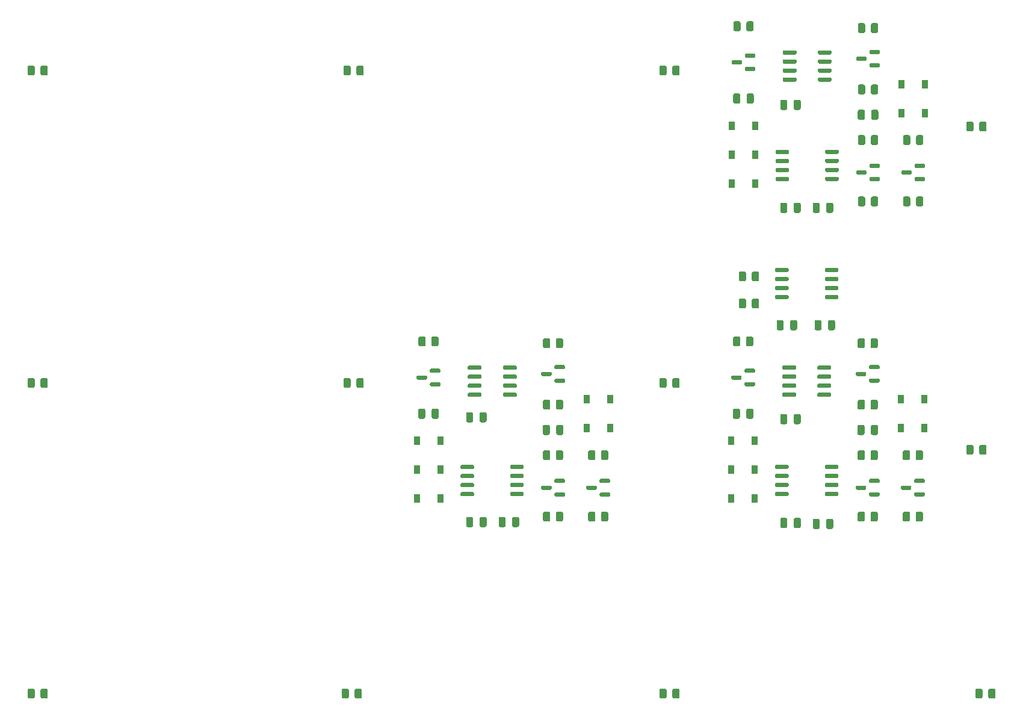
<source format=gbp>
G04 #@! TF.GenerationSoftware,KiCad,Pcbnew,6.0.5+dfsg-1~bpo11+1*
G04 #@! TF.CreationDate,2022-06-30T11:54:21+00:00*
G04 #@! TF.ProjectId,ADSR_board,41445352-5f62-46f6-9172-642e6b696361,0*
G04 #@! TF.SameCoordinates,Original*
G04 #@! TF.FileFunction,Paste,Bot*
G04 #@! TF.FilePolarity,Positive*
%FSLAX46Y46*%
G04 Gerber Fmt 4.6, Leading zero omitted, Abs format (unit mm)*
G04 Created by KiCad (PCBNEW 6.0.5+dfsg-1~bpo11+1) date 2022-06-30 11:54:21*
%MOMM*%
%LPD*%
G01*
G04 APERTURE LIST*
%ADD10R,0.900000X1.200000*%
G04 APERTURE END LIST*
G36*
G01*
X138741000Y-115857000D02*
X138741000Y-116807000D01*
G75*
G02*
X138491000Y-117057000I-250000J0D01*
G01*
X137991000Y-117057000D01*
G75*
G02*
X137741000Y-116807000I0J250000D01*
G01*
X137741000Y-115857000D01*
G75*
G02*
X137991000Y-115607000I250000J0D01*
G01*
X138491000Y-115607000D01*
G75*
G02*
X138741000Y-115857000I0J-250000D01*
G01*
G37*
G36*
G01*
X136841000Y-115857000D02*
X136841000Y-116807000D01*
G75*
G02*
X136591000Y-117057000I-250000J0D01*
G01*
X136091000Y-117057000D01*
G75*
G02*
X135841000Y-116807000I0J250000D01*
G01*
X135841000Y-115857000D01*
G75*
G02*
X136091000Y-115607000I250000J0D01*
G01*
X136591000Y-115607000D01*
G75*
G02*
X136841000Y-115857000I0J-250000D01*
G01*
G37*
G36*
G01*
X144960000Y-102903000D02*
X144960000Y-103853000D01*
G75*
G02*
X144710000Y-104103000I-250000J0D01*
G01*
X144210000Y-104103000D01*
G75*
G02*
X143960000Y-103853000I0J250000D01*
G01*
X143960000Y-102903000D01*
G75*
G02*
X144210000Y-102653000I250000J0D01*
G01*
X144710000Y-102653000D01*
G75*
G02*
X144960000Y-102903000I0J-250000D01*
G01*
G37*
G36*
G01*
X143060000Y-102903000D02*
X143060000Y-103853000D01*
G75*
G02*
X142810000Y-104103000I-250000J0D01*
G01*
X142310000Y-104103000D01*
G75*
G02*
X142060000Y-103853000I0J250000D01*
G01*
X142060000Y-102903000D01*
G75*
G02*
X142310000Y-102653000I250000J0D01*
G01*
X142810000Y-102653000D01*
G75*
G02*
X143060000Y-102903000I0J-250000D01*
G01*
G37*
D10*
X192471000Y-99060000D03*
X195771000Y-99060000D03*
G36*
G01*
X151285000Y-115120000D02*
X151285000Y-116020000D01*
G75*
G02*
X151035000Y-116270000I-250000J0D01*
G01*
X150510000Y-116270000D01*
G75*
G02*
X150260000Y-116020000I0J250000D01*
G01*
X150260000Y-115120000D01*
G75*
G02*
X150510000Y-114870000I250000J0D01*
G01*
X151035000Y-114870000D01*
G75*
G02*
X151285000Y-115120000I0J-250000D01*
G01*
G37*
G36*
G01*
X149460000Y-115120000D02*
X149460000Y-116020000D01*
G75*
G02*
X149210000Y-116270000I-250000J0D01*
G01*
X148685000Y-116270000D01*
G75*
G02*
X148435000Y-116020000I0J250000D01*
G01*
X148435000Y-115120000D01*
G75*
G02*
X148685000Y-114870000I250000J0D01*
G01*
X149210000Y-114870000D01*
G75*
G02*
X149460000Y-115120000I0J-250000D01*
G01*
G37*
G36*
G01*
X186346000Y-116020000D02*
X186346000Y-115120000D01*
G75*
G02*
X186596000Y-114870000I250000J0D01*
G01*
X187121000Y-114870000D01*
G75*
G02*
X187371000Y-115120000I0J-250000D01*
G01*
X187371000Y-116020000D01*
G75*
G02*
X187121000Y-116270000I-250000J0D01*
G01*
X186596000Y-116270000D01*
G75*
G02*
X186346000Y-116020000I0J250000D01*
G01*
G37*
G36*
G01*
X188171000Y-116020000D02*
X188171000Y-115120000D01*
G75*
G02*
X188421000Y-114870000I250000J0D01*
G01*
X188946000Y-114870000D01*
G75*
G02*
X189196000Y-115120000I0J-250000D01*
G01*
X189196000Y-116020000D01*
G75*
G02*
X188946000Y-116270000I-250000J0D01*
G01*
X188421000Y-116270000D01*
G75*
G02*
X188171000Y-116020000I0J250000D01*
G01*
G37*
G36*
G01*
X177857000Y-88171000D02*
X177857000Y-89121000D01*
G75*
G02*
X177607000Y-89371000I-250000J0D01*
G01*
X177107000Y-89371000D01*
G75*
G02*
X176857000Y-89121000I0J250000D01*
G01*
X176857000Y-88171000D01*
G75*
G02*
X177107000Y-87921000I250000J0D01*
G01*
X177607000Y-87921000D01*
G75*
G02*
X177857000Y-88171000I0J-250000D01*
G01*
G37*
G36*
G01*
X175957000Y-88171000D02*
X175957000Y-89121000D01*
G75*
G02*
X175707000Y-89371000I-250000J0D01*
G01*
X175207000Y-89371000D01*
G75*
G02*
X174957000Y-89121000I0J250000D01*
G01*
X174957000Y-88171000D01*
G75*
G02*
X175207000Y-87921000I250000J0D01*
G01*
X175707000Y-87921000D01*
G75*
G02*
X175957000Y-88171000I0J-250000D01*
G01*
G37*
G36*
G01*
X69572000Y-53282000D02*
X69572000Y-52382000D01*
G75*
G02*
X69822000Y-52132000I250000J0D01*
G01*
X70347000Y-52132000D01*
G75*
G02*
X70597000Y-52382000I0J-250000D01*
G01*
X70597000Y-53282000D01*
G75*
G02*
X70347000Y-53532000I-250000J0D01*
G01*
X69822000Y-53532000D01*
G75*
G02*
X69572000Y-53282000I0J250000D01*
G01*
G37*
G36*
G01*
X71397000Y-53282000D02*
X71397000Y-52382000D01*
G75*
G02*
X71647000Y-52132000I250000J0D01*
G01*
X72172000Y-52132000D01*
G75*
G02*
X72422000Y-52382000I0J-250000D01*
G01*
X72422000Y-53282000D01*
G75*
G02*
X72172000Y-53532000I-250000J0D01*
G01*
X71647000Y-53532000D01*
G75*
G02*
X71397000Y-53282000I0J250000D01*
G01*
G37*
G36*
G01*
X127434000Y-100617000D02*
X127434000Y-101567000D01*
G75*
G02*
X127184000Y-101817000I-250000J0D01*
G01*
X126684000Y-101817000D01*
G75*
G02*
X126434000Y-101567000I0J250000D01*
G01*
X126434000Y-100617000D01*
G75*
G02*
X126684000Y-100367000I250000J0D01*
G01*
X127184000Y-100367000D01*
G75*
G02*
X127434000Y-100617000I0J-250000D01*
G01*
G37*
G36*
G01*
X125534000Y-100617000D02*
X125534000Y-101567000D01*
G75*
G02*
X125284000Y-101817000I-250000J0D01*
G01*
X124784000Y-101817000D01*
G75*
G02*
X124534000Y-101567000I0J250000D01*
G01*
X124534000Y-100617000D01*
G75*
G02*
X124784000Y-100367000I250000J0D01*
G01*
X125284000Y-100367000D01*
G75*
G02*
X125534000Y-100617000I0J-250000D01*
G01*
G37*
G36*
G01*
X171670000Y-90482000D02*
X171670000Y-91382000D01*
G75*
G02*
X171420000Y-91632000I-250000J0D01*
G01*
X170895000Y-91632000D01*
G75*
G02*
X170645000Y-91382000I0J250000D01*
G01*
X170645000Y-90482000D01*
G75*
G02*
X170895000Y-90232000I250000J0D01*
G01*
X171420000Y-90232000D01*
G75*
G02*
X171670000Y-90482000I0J-250000D01*
G01*
G37*
G36*
G01*
X169845000Y-90482000D02*
X169845000Y-91382000D01*
G75*
G02*
X169595000Y-91632000I-250000J0D01*
G01*
X169070000Y-91632000D01*
G75*
G02*
X168820000Y-91382000I0J250000D01*
G01*
X168820000Y-90482000D01*
G75*
G02*
X169070000Y-90232000I250000J0D01*
G01*
X169595000Y-90232000D01*
G75*
G02*
X169845000Y-90482000I0J-250000D01*
G01*
G37*
G36*
G01*
X134169000Y-115857000D02*
X134169000Y-116807000D01*
G75*
G02*
X133919000Y-117057000I-250000J0D01*
G01*
X133419000Y-117057000D01*
G75*
G02*
X133169000Y-116807000I0J250000D01*
G01*
X133169000Y-115857000D01*
G75*
G02*
X133419000Y-115607000I250000J0D01*
G01*
X133919000Y-115607000D01*
G75*
G02*
X134169000Y-115857000I0J-250000D01*
G01*
G37*
G36*
G01*
X132269000Y-115857000D02*
X132269000Y-116807000D01*
G75*
G02*
X132019000Y-117057000I-250000J0D01*
G01*
X131519000Y-117057000D01*
G75*
G02*
X131269000Y-116807000I0J250000D01*
G01*
X131269000Y-115857000D01*
G75*
G02*
X131519000Y-115607000I250000J0D01*
G01*
X132019000Y-115607000D01*
G75*
G02*
X132269000Y-115857000I0J-250000D01*
G01*
G37*
G36*
G01*
X189277000Y-58580000D02*
X189277000Y-59530000D01*
G75*
G02*
X189027000Y-59780000I-250000J0D01*
G01*
X188527000Y-59780000D01*
G75*
G02*
X188277000Y-59530000I0J250000D01*
G01*
X188277000Y-58580000D01*
G75*
G02*
X188527000Y-58330000I250000J0D01*
G01*
X189027000Y-58330000D01*
G75*
G02*
X189277000Y-58580000I0J-250000D01*
G01*
G37*
G36*
G01*
X187377000Y-58580000D02*
X187377000Y-59530000D01*
G75*
G02*
X187127000Y-59780000I-250000J0D01*
G01*
X186627000Y-59780000D01*
G75*
G02*
X186377000Y-59530000I0J250000D01*
G01*
X186377000Y-58580000D01*
G75*
G02*
X186627000Y-58330000I250000J0D01*
G01*
X187127000Y-58330000D01*
G75*
G02*
X187377000Y-58580000I0J-250000D01*
G01*
G37*
G36*
G01*
X183191000Y-88171000D02*
X183191000Y-89121000D01*
G75*
G02*
X182941000Y-89371000I-250000J0D01*
G01*
X182441000Y-89371000D01*
G75*
G02*
X182191000Y-89121000I0J250000D01*
G01*
X182191000Y-88171000D01*
G75*
G02*
X182441000Y-87921000I250000J0D01*
G01*
X182941000Y-87921000D01*
G75*
G02*
X183191000Y-88171000I0J-250000D01*
G01*
G37*
G36*
G01*
X181291000Y-88171000D02*
X181291000Y-89121000D01*
G75*
G02*
X181041000Y-89371000I-250000J0D01*
G01*
X180541000Y-89371000D01*
G75*
G02*
X180291000Y-89121000I0J250000D01*
G01*
X180291000Y-88171000D01*
G75*
G02*
X180541000Y-87921000I250000J0D01*
G01*
X181041000Y-87921000D01*
G75*
G02*
X181291000Y-88171000I0J-250000D01*
G01*
G37*
X171895000Y-113030000D03*
X168595000Y-113030000D03*
G36*
G01*
X192752000Y-63061000D02*
X192752000Y-62161000D01*
G75*
G02*
X193002000Y-61911000I250000J0D01*
G01*
X193527000Y-61911000D01*
G75*
G02*
X193777000Y-62161000I0J-250000D01*
G01*
X193777000Y-63061000D01*
G75*
G02*
X193527000Y-63311000I-250000J0D01*
G01*
X193002000Y-63311000D01*
G75*
G02*
X192752000Y-63061000I0J250000D01*
G01*
G37*
G36*
G01*
X194577000Y-63061000D02*
X194577000Y-62161000D01*
G75*
G02*
X194827000Y-61911000I250000J0D01*
G01*
X195352000Y-61911000D01*
G75*
G02*
X195602000Y-62161000I0J-250000D01*
G01*
X195602000Y-63061000D01*
G75*
G02*
X195352000Y-63311000I-250000J0D01*
G01*
X194827000Y-63311000D01*
G75*
G02*
X194577000Y-63061000I0J250000D01*
G01*
G37*
G36*
G01*
X205772000Y-140012000D02*
X205772000Y-140912000D01*
G75*
G02*
X205522000Y-141162000I-250000J0D01*
G01*
X204997000Y-141162000D01*
G75*
G02*
X204747000Y-140912000I0J250000D01*
G01*
X204747000Y-140012000D01*
G75*
G02*
X204997000Y-139762000I250000J0D01*
G01*
X205522000Y-139762000D01*
G75*
G02*
X205772000Y-140012000I0J-250000D01*
G01*
G37*
G36*
G01*
X203947000Y-140012000D02*
X203947000Y-140912000D01*
G75*
G02*
X203697000Y-141162000I-250000J0D01*
G01*
X203172000Y-141162000D01*
G75*
G02*
X202922000Y-140912000I0J250000D01*
G01*
X202922000Y-140012000D01*
G75*
G02*
X203172000Y-139762000I250000J0D01*
G01*
X203697000Y-139762000D01*
G75*
G02*
X203947000Y-140012000I0J-250000D01*
G01*
G37*
X124334000Y-104902000D03*
X127634000Y-104902000D03*
G36*
G01*
X182651000Y-94465000D02*
X182651000Y-94765000D01*
G75*
G02*
X182501000Y-94915000I-150000J0D01*
G01*
X180851000Y-94915000D01*
G75*
G02*
X180701000Y-94765000I0J150000D01*
G01*
X180701000Y-94465000D01*
G75*
G02*
X180851000Y-94315000I150000J0D01*
G01*
X182501000Y-94315000D01*
G75*
G02*
X182651000Y-94465000I0J-150000D01*
G01*
G37*
G36*
G01*
X182651000Y-95735000D02*
X182651000Y-96035000D01*
G75*
G02*
X182501000Y-96185000I-150000J0D01*
G01*
X180851000Y-96185000D01*
G75*
G02*
X180701000Y-96035000I0J150000D01*
G01*
X180701000Y-95735000D01*
G75*
G02*
X180851000Y-95585000I150000J0D01*
G01*
X182501000Y-95585000D01*
G75*
G02*
X182651000Y-95735000I0J-150000D01*
G01*
G37*
G36*
G01*
X182651000Y-97005000D02*
X182651000Y-97305000D01*
G75*
G02*
X182501000Y-97455000I-150000J0D01*
G01*
X180851000Y-97455000D01*
G75*
G02*
X180701000Y-97305000I0J150000D01*
G01*
X180701000Y-97005000D01*
G75*
G02*
X180851000Y-96855000I150000J0D01*
G01*
X182501000Y-96855000D01*
G75*
G02*
X182651000Y-97005000I0J-150000D01*
G01*
G37*
G36*
G01*
X182651000Y-98275000D02*
X182651000Y-98575000D01*
G75*
G02*
X182501000Y-98725000I-150000J0D01*
G01*
X180851000Y-98725000D01*
G75*
G02*
X180701000Y-98575000I0J150000D01*
G01*
X180701000Y-98275000D01*
G75*
G02*
X180851000Y-98125000I150000J0D01*
G01*
X182501000Y-98125000D01*
G75*
G02*
X182651000Y-98275000I0J-150000D01*
G01*
G37*
G36*
G01*
X177701000Y-98275000D02*
X177701000Y-98575000D01*
G75*
G02*
X177551000Y-98725000I-150000J0D01*
G01*
X175901000Y-98725000D01*
G75*
G02*
X175751000Y-98575000I0J150000D01*
G01*
X175751000Y-98275000D01*
G75*
G02*
X175901000Y-98125000I150000J0D01*
G01*
X177551000Y-98125000D01*
G75*
G02*
X177701000Y-98275000I0J-150000D01*
G01*
G37*
G36*
G01*
X177701000Y-97005000D02*
X177701000Y-97305000D01*
G75*
G02*
X177551000Y-97455000I-150000J0D01*
G01*
X175901000Y-97455000D01*
G75*
G02*
X175751000Y-97305000I0J150000D01*
G01*
X175751000Y-97005000D01*
G75*
G02*
X175901000Y-96855000I150000J0D01*
G01*
X177551000Y-96855000D01*
G75*
G02*
X177701000Y-97005000I0J-150000D01*
G01*
G37*
G36*
G01*
X177701000Y-95735000D02*
X177701000Y-96035000D01*
G75*
G02*
X177551000Y-96185000I-150000J0D01*
G01*
X175901000Y-96185000D01*
G75*
G02*
X175751000Y-96035000I0J150000D01*
G01*
X175751000Y-95735000D01*
G75*
G02*
X175901000Y-95585000I150000J0D01*
G01*
X177551000Y-95585000D01*
G75*
G02*
X177701000Y-95735000I0J-150000D01*
G01*
G37*
G36*
G01*
X177701000Y-94465000D02*
X177701000Y-94765000D01*
G75*
G02*
X177551000Y-94915000I-150000J0D01*
G01*
X175901000Y-94915000D01*
G75*
G02*
X175751000Y-94765000I0J150000D01*
G01*
X175751000Y-94465000D01*
G75*
G02*
X175901000Y-94315000I150000J0D01*
G01*
X177551000Y-94315000D01*
G75*
G02*
X177701000Y-94465000I0J-150000D01*
G01*
G37*
G36*
G01*
X172498000Y-81338000D02*
X172498000Y-82238000D01*
G75*
G02*
X172248000Y-82488000I-250000J0D01*
G01*
X171723000Y-82488000D01*
G75*
G02*
X171473000Y-82238000I0J250000D01*
G01*
X171473000Y-81338000D01*
G75*
G02*
X171723000Y-81088000I250000J0D01*
G01*
X172248000Y-81088000D01*
G75*
G02*
X172498000Y-81338000I0J-250000D01*
G01*
G37*
G36*
G01*
X170673000Y-81338000D02*
X170673000Y-82238000D01*
G75*
G02*
X170423000Y-82488000I-250000J0D01*
G01*
X169898000Y-82488000D01*
G75*
G02*
X169648000Y-82238000I0J250000D01*
G01*
X169648000Y-81338000D01*
G75*
G02*
X169898000Y-81088000I250000J0D01*
G01*
X170423000Y-81088000D01*
G75*
G02*
X170673000Y-81338000I0J-250000D01*
G01*
G37*
G36*
G01*
X161322000Y-52382000D02*
X161322000Y-53282000D01*
G75*
G02*
X161072000Y-53532000I-250000J0D01*
G01*
X160547000Y-53532000D01*
G75*
G02*
X160297000Y-53282000I0J250000D01*
G01*
X160297000Y-52382000D01*
G75*
G02*
X160547000Y-52132000I250000J0D01*
G01*
X161072000Y-52132000D01*
G75*
G02*
X161322000Y-52382000I0J-250000D01*
G01*
G37*
G36*
G01*
X159497000Y-52382000D02*
X159497000Y-53282000D01*
G75*
G02*
X159247000Y-53532000I-250000J0D01*
G01*
X158722000Y-53532000D01*
G75*
G02*
X158472000Y-53282000I0J250000D01*
G01*
X158472000Y-52382000D01*
G75*
G02*
X158722000Y-52132000I250000J0D01*
G01*
X159247000Y-52132000D01*
G75*
G02*
X159497000Y-52382000I0J-250000D01*
G01*
G37*
G36*
G01*
X189221000Y-102903000D02*
X189221000Y-103853000D01*
G75*
G02*
X188971000Y-104103000I-250000J0D01*
G01*
X188471000Y-104103000D01*
G75*
G02*
X188221000Y-103853000I0J250000D01*
G01*
X188221000Y-102903000D01*
G75*
G02*
X188471000Y-102653000I250000J0D01*
G01*
X188971000Y-102653000D01*
G75*
G02*
X189221000Y-102903000I0J-250000D01*
G01*
G37*
G36*
G01*
X187321000Y-102903000D02*
X187321000Y-103853000D01*
G75*
G02*
X187071000Y-104103000I-250000J0D01*
G01*
X186571000Y-104103000D01*
G75*
G02*
X186321000Y-103853000I0J250000D01*
G01*
X186321000Y-102903000D01*
G75*
G02*
X186571000Y-102653000I250000J0D01*
G01*
X187071000Y-102653000D01*
G75*
G02*
X187321000Y-102903000I0J-250000D01*
G01*
G37*
G36*
G01*
X186346000Y-107384000D02*
X186346000Y-106484000D01*
G75*
G02*
X186596000Y-106234000I250000J0D01*
G01*
X187121000Y-106234000D01*
G75*
G02*
X187371000Y-106484000I0J-250000D01*
G01*
X187371000Y-107384000D01*
G75*
G02*
X187121000Y-107634000I-250000J0D01*
G01*
X186596000Y-107634000D01*
G75*
G02*
X186346000Y-107384000I0J250000D01*
G01*
G37*
G36*
G01*
X188171000Y-107384000D02*
X188171000Y-106484000D01*
G75*
G02*
X188421000Y-106234000I250000J0D01*
G01*
X188946000Y-106234000D01*
G75*
G02*
X189196000Y-106484000I0J-250000D01*
G01*
X189196000Y-107384000D01*
G75*
G02*
X188946000Y-107634000I-250000J0D01*
G01*
X188421000Y-107634000D01*
G75*
G02*
X188171000Y-107384000I0J250000D01*
G01*
G37*
G36*
G01*
X171751000Y-56294000D02*
X171751000Y-57244000D01*
G75*
G02*
X171501000Y-57494000I-250000J0D01*
G01*
X171001000Y-57494000D01*
G75*
G02*
X170751000Y-57244000I0J250000D01*
G01*
X170751000Y-56294000D01*
G75*
G02*
X171001000Y-56044000I250000J0D01*
G01*
X171501000Y-56044000D01*
G75*
G02*
X171751000Y-56294000I0J-250000D01*
G01*
G37*
G36*
G01*
X169851000Y-56294000D02*
X169851000Y-57244000D01*
G75*
G02*
X169601000Y-57494000I-250000J0D01*
G01*
X169101000Y-57494000D01*
G75*
G02*
X168851000Y-57244000I0J250000D01*
G01*
X168851000Y-56294000D01*
G75*
G02*
X169101000Y-56044000I250000J0D01*
G01*
X169601000Y-56044000D01*
G75*
G02*
X169851000Y-56294000I0J-250000D01*
G01*
G37*
G36*
G01*
X114022000Y-97224000D02*
X114022000Y-96324000D01*
G75*
G02*
X114272000Y-96074000I250000J0D01*
G01*
X114797000Y-96074000D01*
G75*
G02*
X115047000Y-96324000I0J-250000D01*
G01*
X115047000Y-97224000D01*
G75*
G02*
X114797000Y-97474000I-250000J0D01*
G01*
X114272000Y-97474000D01*
G75*
G02*
X114022000Y-97224000I0J250000D01*
G01*
G37*
G36*
G01*
X115847000Y-97224000D02*
X115847000Y-96324000D01*
G75*
G02*
X116097000Y-96074000I250000J0D01*
G01*
X116622000Y-96074000D01*
G75*
G02*
X116872000Y-96324000I0J-250000D01*
G01*
X116872000Y-97224000D01*
G75*
G02*
X116622000Y-97474000I-250000J0D01*
G01*
X116097000Y-97474000D01*
G75*
G02*
X115847000Y-97224000I0J250000D01*
G01*
G37*
G36*
G01*
X171695000Y-100617000D02*
X171695000Y-101567000D01*
G75*
G02*
X171445000Y-101817000I-250000J0D01*
G01*
X170945000Y-101817000D01*
G75*
G02*
X170695000Y-101567000I0J250000D01*
G01*
X170695000Y-100617000D01*
G75*
G02*
X170945000Y-100367000I250000J0D01*
G01*
X171445000Y-100367000D01*
G75*
G02*
X171695000Y-100617000I0J-250000D01*
G01*
G37*
G36*
G01*
X169795000Y-100617000D02*
X169795000Y-101567000D01*
G75*
G02*
X169545000Y-101817000I-250000J0D01*
G01*
X169045000Y-101817000D01*
G75*
G02*
X168795000Y-101567000I0J250000D01*
G01*
X168795000Y-100617000D01*
G75*
G02*
X169045000Y-100367000I250000J0D01*
G01*
X169545000Y-100367000D01*
G75*
G02*
X169795000Y-100617000I0J-250000D01*
G01*
G37*
X192471000Y-103124000D03*
X195771000Y-103124000D03*
G36*
G01*
X178365000Y-71661000D02*
X178365000Y-72611000D01*
G75*
G02*
X178115000Y-72861000I-250000J0D01*
G01*
X177615000Y-72861000D01*
G75*
G02*
X177365000Y-72611000I0J250000D01*
G01*
X177365000Y-71661000D01*
G75*
G02*
X177615000Y-71411000I250000J0D01*
G01*
X178115000Y-71411000D01*
G75*
G02*
X178365000Y-71661000I0J-250000D01*
G01*
G37*
G36*
G01*
X176465000Y-71661000D02*
X176465000Y-72611000D01*
G75*
G02*
X176215000Y-72861000I-250000J0D01*
G01*
X175715000Y-72861000D01*
G75*
G02*
X175465000Y-72611000I0J250000D01*
G01*
X175465000Y-71661000D01*
G75*
G02*
X175715000Y-71411000I250000J0D01*
G01*
X176215000Y-71411000D01*
G75*
G02*
X176465000Y-71661000I0J-250000D01*
G01*
G37*
G36*
G01*
X171976000Y-50589000D02*
X171976000Y-50889000D01*
G75*
G02*
X171826000Y-51039000I-150000J0D01*
G01*
X170651000Y-51039000D01*
G75*
G02*
X170501000Y-50889000I0J150000D01*
G01*
X170501000Y-50589000D01*
G75*
G02*
X170651000Y-50439000I150000J0D01*
G01*
X171826000Y-50439000D01*
G75*
G02*
X171976000Y-50589000I0J-150000D01*
G01*
G37*
G36*
G01*
X171976000Y-52489000D02*
X171976000Y-52789000D01*
G75*
G02*
X171826000Y-52939000I-150000J0D01*
G01*
X170651000Y-52939000D01*
G75*
G02*
X170501000Y-52789000I0J150000D01*
G01*
X170501000Y-52489000D01*
G75*
G02*
X170651000Y-52339000I150000J0D01*
G01*
X171826000Y-52339000D01*
G75*
G02*
X171976000Y-52489000I0J-150000D01*
G01*
G37*
G36*
G01*
X170101000Y-51539000D02*
X170101000Y-51839000D01*
G75*
G02*
X169951000Y-51989000I-150000J0D01*
G01*
X168776000Y-51989000D01*
G75*
G02*
X168626000Y-51839000I0J150000D01*
G01*
X168626000Y-51539000D01*
G75*
G02*
X168776000Y-51389000I150000J0D01*
G01*
X169951000Y-51389000D01*
G75*
G02*
X170101000Y-51539000I0J-150000D01*
G01*
G37*
G36*
G01*
X178365000Y-57183000D02*
X178365000Y-58133000D01*
G75*
G02*
X178115000Y-58383000I-250000J0D01*
G01*
X177615000Y-58383000D01*
G75*
G02*
X177365000Y-58133000I0J250000D01*
G01*
X177365000Y-57183000D01*
G75*
G02*
X177615000Y-56933000I250000J0D01*
G01*
X178115000Y-56933000D01*
G75*
G02*
X178365000Y-57183000I0J-250000D01*
G01*
G37*
G36*
G01*
X176465000Y-57183000D02*
X176465000Y-58133000D01*
G75*
G02*
X176215000Y-58383000I-250000J0D01*
G01*
X175715000Y-58383000D01*
G75*
G02*
X175465000Y-58133000I0J250000D01*
G01*
X175465000Y-57183000D01*
G75*
G02*
X175715000Y-56933000I250000J0D01*
G01*
X176215000Y-56933000D01*
G75*
G02*
X176465000Y-57183000I0J-250000D01*
G01*
G37*
G36*
G01*
X171920000Y-94912000D02*
X171920000Y-95212000D01*
G75*
G02*
X171770000Y-95362000I-150000J0D01*
G01*
X170595000Y-95362000D01*
G75*
G02*
X170445000Y-95212000I0J150000D01*
G01*
X170445000Y-94912000D01*
G75*
G02*
X170595000Y-94762000I150000J0D01*
G01*
X171770000Y-94762000D01*
G75*
G02*
X171920000Y-94912000I0J-150000D01*
G01*
G37*
G36*
G01*
X171920000Y-96812000D02*
X171920000Y-97112000D01*
G75*
G02*
X171770000Y-97262000I-150000J0D01*
G01*
X170595000Y-97262000D01*
G75*
G02*
X170445000Y-97112000I0J150000D01*
G01*
X170445000Y-96812000D01*
G75*
G02*
X170595000Y-96662000I150000J0D01*
G01*
X171770000Y-96662000D01*
G75*
G02*
X171920000Y-96812000I0J-150000D01*
G01*
G37*
G36*
G01*
X170045000Y-95862000D02*
X170045000Y-96162000D01*
G75*
G02*
X169895000Y-96312000I-150000J0D01*
G01*
X168720000Y-96312000D01*
G75*
G02*
X168570000Y-96162000I0J150000D01*
G01*
X168570000Y-95862000D01*
G75*
G02*
X168720000Y-95712000I150000J0D01*
G01*
X169895000Y-95712000D01*
G75*
G02*
X170045000Y-95862000I0J-150000D01*
G01*
G37*
G36*
G01*
X189252000Y-46413000D02*
X189252000Y-47313000D01*
G75*
G02*
X189002000Y-47563000I-250000J0D01*
G01*
X188477000Y-47563000D01*
G75*
G02*
X188227000Y-47313000I0J250000D01*
G01*
X188227000Y-46413000D01*
G75*
G02*
X188477000Y-46163000I250000J0D01*
G01*
X189002000Y-46163000D01*
G75*
G02*
X189252000Y-46413000I0J-250000D01*
G01*
G37*
G36*
G01*
X187427000Y-46413000D02*
X187427000Y-47313000D01*
G75*
G02*
X187177000Y-47563000I-250000J0D01*
G01*
X186652000Y-47563000D01*
G75*
G02*
X186402000Y-47313000I0J250000D01*
G01*
X186402000Y-46413000D01*
G75*
G02*
X186652000Y-46163000I250000J0D01*
G01*
X187177000Y-46163000D01*
G75*
G02*
X187427000Y-46413000I0J-250000D01*
G01*
G37*
X148210000Y-103124000D03*
X151510000Y-103124000D03*
G36*
G01*
X195546000Y-115120000D02*
X195546000Y-116020000D01*
G75*
G02*
X195296000Y-116270000I-250000J0D01*
G01*
X194771000Y-116270000D01*
G75*
G02*
X194521000Y-116020000I0J250000D01*
G01*
X194521000Y-115120000D01*
G75*
G02*
X194771000Y-114870000I250000J0D01*
G01*
X195296000Y-114870000D01*
G75*
G02*
X195546000Y-115120000I0J-250000D01*
G01*
G37*
G36*
G01*
X193721000Y-115120000D02*
X193721000Y-116020000D01*
G75*
G02*
X193471000Y-116270000I-250000J0D01*
G01*
X192946000Y-116270000D01*
G75*
G02*
X192696000Y-116020000I0J250000D01*
G01*
X192696000Y-115120000D01*
G75*
G02*
X192946000Y-114870000I250000J0D01*
G01*
X193471000Y-114870000D01*
G75*
G02*
X193721000Y-115120000I0J-250000D01*
G01*
G37*
X127634000Y-113030000D03*
X124334000Y-113030000D03*
G36*
G01*
X127659000Y-94912000D02*
X127659000Y-95212000D01*
G75*
G02*
X127509000Y-95362000I-150000J0D01*
G01*
X126334000Y-95362000D01*
G75*
G02*
X126184000Y-95212000I0J150000D01*
G01*
X126184000Y-94912000D01*
G75*
G02*
X126334000Y-94762000I150000J0D01*
G01*
X127509000Y-94762000D01*
G75*
G02*
X127659000Y-94912000I0J-150000D01*
G01*
G37*
G36*
G01*
X127659000Y-96812000D02*
X127659000Y-97112000D01*
G75*
G02*
X127509000Y-97262000I-150000J0D01*
G01*
X126334000Y-97262000D01*
G75*
G02*
X126184000Y-97112000I0J150000D01*
G01*
X126184000Y-96812000D01*
G75*
G02*
X126334000Y-96662000I150000J0D01*
G01*
X127509000Y-96662000D01*
G75*
G02*
X127659000Y-96812000I0J-150000D01*
G01*
G37*
G36*
G01*
X125784000Y-95862000D02*
X125784000Y-96162000D01*
G75*
G02*
X125634000Y-96312000I-150000J0D01*
G01*
X124459000Y-96312000D01*
G75*
G02*
X124309000Y-96162000I0J150000D01*
G01*
X124309000Y-95862000D01*
G75*
G02*
X124459000Y-95712000I150000J0D01*
G01*
X125634000Y-95712000D01*
G75*
G02*
X125784000Y-95862000I0J-150000D01*
G01*
G37*
G36*
G01*
X178365000Y-115984000D02*
X178365000Y-116934000D01*
G75*
G02*
X178115000Y-117184000I-250000J0D01*
G01*
X177615000Y-117184000D01*
G75*
G02*
X177365000Y-116934000I0J250000D01*
G01*
X177365000Y-115984000D01*
G75*
G02*
X177615000Y-115734000I250000J0D01*
G01*
X178115000Y-115734000D01*
G75*
G02*
X178365000Y-115984000I0J-250000D01*
G01*
G37*
G36*
G01*
X176465000Y-115984000D02*
X176465000Y-116934000D01*
G75*
G02*
X176215000Y-117184000I-250000J0D01*
G01*
X175715000Y-117184000D01*
G75*
G02*
X175465000Y-116934000I0J250000D01*
G01*
X175465000Y-115984000D01*
G75*
G02*
X175715000Y-115734000I250000J0D01*
G01*
X176215000Y-115734000D01*
G75*
G02*
X176465000Y-115984000I0J-250000D01*
G01*
G37*
G36*
G01*
X69572000Y-97224000D02*
X69572000Y-96324000D01*
G75*
G02*
X69822000Y-96074000I250000J0D01*
G01*
X70347000Y-96074000D01*
G75*
G02*
X70597000Y-96324000I0J-250000D01*
G01*
X70597000Y-97224000D01*
G75*
G02*
X70347000Y-97474000I-250000J0D01*
G01*
X69822000Y-97474000D01*
G75*
G02*
X69572000Y-97224000I0J250000D01*
G01*
G37*
G36*
G01*
X71397000Y-97224000D02*
X71397000Y-96324000D01*
G75*
G02*
X71647000Y-96074000I250000J0D01*
G01*
X72172000Y-96074000D01*
G75*
G02*
X72422000Y-96324000I0J-250000D01*
G01*
X72422000Y-97224000D01*
G75*
G02*
X72172000Y-97474000I-250000J0D01*
G01*
X71647000Y-97474000D01*
G75*
G02*
X71397000Y-97224000I0J250000D01*
G01*
G37*
G36*
G01*
X182937000Y-71661000D02*
X182937000Y-72611000D01*
G75*
G02*
X182687000Y-72861000I-250000J0D01*
G01*
X182187000Y-72861000D01*
G75*
G02*
X181937000Y-72611000I0J250000D01*
G01*
X181937000Y-71661000D01*
G75*
G02*
X182187000Y-71411000I250000J0D01*
G01*
X182687000Y-71411000D01*
G75*
G02*
X182937000Y-71661000I0J-250000D01*
G01*
G37*
G36*
G01*
X181037000Y-71661000D02*
X181037000Y-72611000D01*
G75*
G02*
X180787000Y-72861000I-250000J0D01*
G01*
X180287000Y-72861000D01*
G75*
G02*
X180037000Y-72611000I0J250000D01*
G01*
X180037000Y-71661000D01*
G75*
G02*
X180287000Y-71411000I250000J0D01*
G01*
X180787000Y-71411000D01*
G75*
G02*
X181037000Y-71661000I0J-250000D01*
G01*
G37*
G36*
G01*
X189502000Y-66083000D02*
X189502000Y-66383000D01*
G75*
G02*
X189352000Y-66533000I-150000J0D01*
G01*
X188177000Y-66533000D01*
G75*
G02*
X188027000Y-66383000I0J150000D01*
G01*
X188027000Y-66083000D01*
G75*
G02*
X188177000Y-65933000I150000J0D01*
G01*
X189352000Y-65933000D01*
G75*
G02*
X189502000Y-66083000I0J-150000D01*
G01*
G37*
G36*
G01*
X189502000Y-67983000D02*
X189502000Y-68283000D01*
G75*
G02*
X189352000Y-68433000I-150000J0D01*
G01*
X188177000Y-68433000D01*
G75*
G02*
X188027000Y-68283000I0J150000D01*
G01*
X188027000Y-67983000D01*
G75*
G02*
X188177000Y-67833000I150000J0D01*
G01*
X189352000Y-67833000D01*
G75*
G02*
X189502000Y-67983000I0J-150000D01*
G01*
G37*
G36*
G01*
X187627000Y-67033000D02*
X187627000Y-67333000D01*
G75*
G02*
X187477000Y-67483000I-150000J0D01*
G01*
X186302000Y-67483000D01*
G75*
G02*
X186152000Y-67333000I0J150000D01*
G01*
X186152000Y-67033000D01*
G75*
G02*
X186302000Y-66883000I150000J0D01*
G01*
X187477000Y-66883000D01*
G75*
G02*
X187627000Y-67033000I0J-150000D01*
G01*
G37*
G36*
G01*
X151535000Y-110406000D02*
X151535000Y-110706000D01*
G75*
G02*
X151385000Y-110856000I-150000J0D01*
G01*
X150210000Y-110856000D01*
G75*
G02*
X150060000Y-110706000I0J150000D01*
G01*
X150060000Y-110406000D01*
G75*
G02*
X150210000Y-110256000I150000J0D01*
G01*
X151385000Y-110256000D01*
G75*
G02*
X151535000Y-110406000I0J-150000D01*
G01*
G37*
G36*
G01*
X151535000Y-112306000D02*
X151535000Y-112606000D01*
G75*
G02*
X151385000Y-112756000I-150000J0D01*
G01*
X150210000Y-112756000D01*
G75*
G02*
X150060000Y-112606000I0J150000D01*
G01*
X150060000Y-112306000D01*
G75*
G02*
X150210000Y-112156000I150000J0D01*
G01*
X151385000Y-112156000D01*
G75*
G02*
X151535000Y-112306000I0J-150000D01*
G01*
G37*
G36*
G01*
X149660000Y-111356000D02*
X149660000Y-111656000D01*
G75*
G02*
X149510000Y-111806000I-150000J0D01*
G01*
X148335000Y-111806000D01*
G75*
G02*
X148185000Y-111656000I0J150000D01*
G01*
X148185000Y-111356000D01*
G75*
G02*
X148335000Y-111206000I150000J0D01*
G01*
X149510000Y-111206000D01*
G75*
G02*
X149660000Y-111356000I0J-150000D01*
G01*
G37*
G36*
G01*
X145185000Y-110406000D02*
X145185000Y-110706000D01*
G75*
G02*
X145035000Y-110856000I-150000J0D01*
G01*
X143860000Y-110856000D01*
G75*
G02*
X143710000Y-110706000I0J150000D01*
G01*
X143710000Y-110406000D01*
G75*
G02*
X143860000Y-110256000I150000J0D01*
G01*
X145035000Y-110256000D01*
G75*
G02*
X145185000Y-110406000I0J-150000D01*
G01*
G37*
G36*
G01*
X145185000Y-112306000D02*
X145185000Y-112606000D01*
G75*
G02*
X145035000Y-112756000I-150000J0D01*
G01*
X143860000Y-112756000D01*
G75*
G02*
X143710000Y-112606000I0J150000D01*
G01*
X143710000Y-112306000D01*
G75*
G02*
X143860000Y-112156000I150000J0D01*
G01*
X145035000Y-112156000D01*
G75*
G02*
X145185000Y-112306000I0J-150000D01*
G01*
G37*
G36*
G01*
X143310000Y-111356000D02*
X143310000Y-111656000D01*
G75*
G02*
X143160000Y-111806000I-150000J0D01*
G01*
X141985000Y-111806000D01*
G75*
G02*
X141835000Y-111656000I0J150000D01*
G01*
X141835000Y-111356000D01*
G75*
G02*
X141985000Y-111206000I150000J0D01*
G01*
X143160000Y-111206000D01*
G75*
G02*
X143310000Y-111356000I0J-150000D01*
G01*
G37*
X192527000Y-58801000D03*
X195827000Y-58801000D03*
G36*
G01*
X113768000Y-140912000D02*
X113768000Y-140012000D01*
G75*
G02*
X114018000Y-139762000I250000J0D01*
G01*
X114543000Y-139762000D01*
G75*
G02*
X114793000Y-140012000I0J-250000D01*
G01*
X114793000Y-140912000D01*
G75*
G02*
X114543000Y-141162000I-250000J0D01*
G01*
X114018000Y-141162000D01*
G75*
G02*
X113768000Y-140912000I0J250000D01*
G01*
G37*
G36*
G01*
X115593000Y-140912000D02*
X115593000Y-140012000D01*
G75*
G02*
X115843000Y-139762000I250000J0D01*
G01*
X116368000Y-139762000D01*
G75*
G02*
X116618000Y-140012000I0J-250000D01*
G01*
X116618000Y-140912000D01*
G75*
G02*
X116368000Y-141162000I-250000J0D01*
G01*
X115843000Y-141162000D01*
G75*
G02*
X115593000Y-140912000I0J250000D01*
G01*
G37*
G36*
G01*
X134169000Y-101125000D02*
X134169000Y-102075000D01*
G75*
G02*
X133919000Y-102325000I-250000J0D01*
G01*
X133419000Y-102325000D01*
G75*
G02*
X133169000Y-102075000I0J250000D01*
G01*
X133169000Y-101125000D01*
G75*
G02*
X133419000Y-100875000I250000J0D01*
G01*
X133919000Y-100875000D01*
G75*
G02*
X134169000Y-101125000I0J-250000D01*
G01*
G37*
G36*
G01*
X132269000Y-101125000D02*
X132269000Y-102075000D01*
G75*
G02*
X132019000Y-102325000I-250000J0D01*
G01*
X131519000Y-102325000D01*
G75*
G02*
X131269000Y-102075000I0J250000D01*
G01*
X131269000Y-101125000D01*
G75*
G02*
X131519000Y-100875000I250000J0D01*
G01*
X132019000Y-100875000D01*
G75*
G02*
X132269000Y-101125000I0J-250000D01*
G01*
G37*
G36*
G01*
X161322000Y-140012000D02*
X161322000Y-140912000D01*
G75*
G02*
X161072000Y-141162000I-250000J0D01*
G01*
X160547000Y-141162000D01*
G75*
G02*
X160297000Y-140912000I0J250000D01*
G01*
X160297000Y-140012000D01*
G75*
G02*
X160547000Y-139762000I250000J0D01*
G01*
X161072000Y-139762000D01*
G75*
G02*
X161322000Y-140012000I0J-250000D01*
G01*
G37*
G36*
G01*
X159497000Y-140012000D02*
X159497000Y-140912000D01*
G75*
G02*
X159247000Y-141162000I-250000J0D01*
G01*
X158722000Y-141162000D01*
G75*
G02*
X158472000Y-140912000I0J250000D01*
G01*
X158472000Y-140012000D01*
G75*
G02*
X158722000Y-139762000I250000J0D01*
G01*
X159247000Y-139762000D01*
G75*
G02*
X159497000Y-140012000I0J-250000D01*
G01*
G37*
X168595000Y-108966000D03*
X171895000Y-108966000D03*
G36*
G01*
X114022000Y-53282000D02*
X114022000Y-52382000D01*
G75*
G02*
X114272000Y-52132000I250000J0D01*
G01*
X114797000Y-52132000D01*
G75*
G02*
X115047000Y-52382000I0J-250000D01*
G01*
X115047000Y-53282000D01*
G75*
G02*
X114797000Y-53532000I-250000J0D01*
G01*
X114272000Y-53532000D01*
G75*
G02*
X114022000Y-53282000I0J250000D01*
G01*
G37*
G36*
G01*
X115847000Y-53282000D02*
X115847000Y-52382000D01*
G75*
G02*
X116097000Y-52132000I250000J0D01*
G01*
X116622000Y-52132000D01*
G75*
G02*
X116872000Y-52382000I0J-250000D01*
G01*
X116872000Y-53282000D01*
G75*
G02*
X116622000Y-53532000I-250000J0D01*
G01*
X116097000Y-53532000D01*
G75*
G02*
X115847000Y-53282000I0J250000D01*
G01*
G37*
X168595000Y-104902000D03*
X171895000Y-104902000D03*
G36*
G01*
X183651000Y-108435000D02*
X183651000Y-108735000D01*
G75*
G02*
X183501000Y-108885000I-150000J0D01*
G01*
X181901000Y-108885000D01*
G75*
G02*
X181751000Y-108735000I0J150000D01*
G01*
X181751000Y-108435000D01*
G75*
G02*
X181901000Y-108285000I150000J0D01*
G01*
X183501000Y-108285000D01*
G75*
G02*
X183651000Y-108435000I0J-150000D01*
G01*
G37*
G36*
G01*
X183651000Y-109705000D02*
X183651000Y-110005000D01*
G75*
G02*
X183501000Y-110155000I-150000J0D01*
G01*
X181901000Y-110155000D01*
G75*
G02*
X181751000Y-110005000I0J150000D01*
G01*
X181751000Y-109705000D01*
G75*
G02*
X181901000Y-109555000I150000J0D01*
G01*
X183501000Y-109555000D01*
G75*
G02*
X183651000Y-109705000I0J-150000D01*
G01*
G37*
G36*
G01*
X183651000Y-110975000D02*
X183651000Y-111275000D01*
G75*
G02*
X183501000Y-111425000I-150000J0D01*
G01*
X181901000Y-111425000D01*
G75*
G02*
X181751000Y-111275000I0J150000D01*
G01*
X181751000Y-110975000D01*
G75*
G02*
X181901000Y-110825000I150000J0D01*
G01*
X183501000Y-110825000D01*
G75*
G02*
X183651000Y-110975000I0J-150000D01*
G01*
G37*
G36*
G01*
X183651000Y-112245000D02*
X183651000Y-112545000D01*
G75*
G02*
X183501000Y-112695000I-150000J0D01*
G01*
X181901000Y-112695000D01*
G75*
G02*
X181751000Y-112545000I0J150000D01*
G01*
X181751000Y-112245000D01*
G75*
G02*
X181901000Y-112095000I150000J0D01*
G01*
X183501000Y-112095000D01*
G75*
G02*
X183651000Y-112245000I0J-150000D01*
G01*
G37*
G36*
G01*
X176651000Y-112245000D02*
X176651000Y-112545000D01*
G75*
G02*
X176501000Y-112695000I-150000J0D01*
G01*
X174901000Y-112695000D01*
G75*
G02*
X174751000Y-112545000I0J150000D01*
G01*
X174751000Y-112245000D01*
G75*
G02*
X174901000Y-112095000I150000J0D01*
G01*
X176501000Y-112095000D01*
G75*
G02*
X176651000Y-112245000I0J-150000D01*
G01*
G37*
G36*
G01*
X176651000Y-110975000D02*
X176651000Y-111275000D01*
G75*
G02*
X176501000Y-111425000I-150000J0D01*
G01*
X174901000Y-111425000D01*
G75*
G02*
X174751000Y-111275000I0J150000D01*
G01*
X174751000Y-110975000D01*
G75*
G02*
X174901000Y-110825000I150000J0D01*
G01*
X176501000Y-110825000D01*
G75*
G02*
X176651000Y-110975000I0J-150000D01*
G01*
G37*
G36*
G01*
X176651000Y-109705000D02*
X176651000Y-110005000D01*
G75*
G02*
X176501000Y-110155000I-150000J0D01*
G01*
X174901000Y-110155000D01*
G75*
G02*
X174751000Y-110005000I0J150000D01*
G01*
X174751000Y-109705000D01*
G75*
G02*
X174901000Y-109555000I150000J0D01*
G01*
X176501000Y-109555000D01*
G75*
G02*
X176651000Y-109705000I0J-150000D01*
G01*
G37*
G36*
G01*
X176651000Y-108435000D02*
X176651000Y-108735000D01*
G75*
G02*
X176501000Y-108885000I-150000J0D01*
G01*
X174901000Y-108885000D01*
G75*
G02*
X174751000Y-108735000I0J150000D01*
G01*
X174751000Y-108435000D01*
G75*
G02*
X174901000Y-108285000I150000J0D01*
G01*
X176501000Y-108285000D01*
G75*
G02*
X176651000Y-108435000I0J-150000D01*
G01*
G37*
X148210000Y-99060000D03*
X151510000Y-99060000D03*
G36*
G01*
X144935000Y-99372000D02*
X144935000Y-100272000D01*
G75*
G02*
X144685000Y-100522000I-250000J0D01*
G01*
X144160000Y-100522000D01*
G75*
G02*
X143910000Y-100272000I0J250000D01*
G01*
X143910000Y-99372000D01*
G75*
G02*
X144160000Y-99122000I250000J0D01*
G01*
X144685000Y-99122000D01*
G75*
G02*
X144935000Y-99372000I0J-250000D01*
G01*
G37*
G36*
G01*
X143110000Y-99372000D02*
X143110000Y-100272000D01*
G75*
G02*
X142860000Y-100522000I-250000J0D01*
G01*
X142335000Y-100522000D01*
G75*
G02*
X142085000Y-100272000I0J250000D01*
G01*
X142085000Y-99372000D01*
G75*
G02*
X142335000Y-99122000I250000J0D01*
G01*
X142860000Y-99122000D01*
G75*
G02*
X143110000Y-99372000I0J-250000D01*
G01*
G37*
G36*
G01*
X171726000Y-46159000D02*
X171726000Y-47059000D01*
G75*
G02*
X171476000Y-47309000I-250000J0D01*
G01*
X170951000Y-47309000D01*
G75*
G02*
X170701000Y-47059000I0J250000D01*
G01*
X170701000Y-46159000D01*
G75*
G02*
X170951000Y-45909000I250000J0D01*
G01*
X171476000Y-45909000D01*
G75*
G02*
X171726000Y-46159000I0J-250000D01*
G01*
G37*
G36*
G01*
X169901000Y-46159000D02*
X169901000Y-47059000D01*
G75*
G02*
X169651000Y-47309000I-250000J0D01*
G01*
X169126000Y-47309000D01*
G75*
G02*
X168876000Y-47059000I0J250000D01*
G01*
X168876000Y-46159000D01*
G75*
G02*
X169126000Y-45909000I250000J0D01*
G01*
X169651000Y-45909000D01*
G75*
G02*
X169901000Y-46159000I0J-250000D01*
G01*
G37*
G36*
G01*
X161322000Y-96324000D02*
X161322000Y-97224000D01*
G75*
G02*
X161072000Y-97474000I-250000J0D01*
G01*
X160547000Y-97474000D01*
G75*
G02*
X160297000Y-97224000I0J250000D01*
G01*
X160297000Y-96324000D01*
G75*
G02*
X160547000Y-96074000I250000J0D01*
G01*
X161072000Y-96074000D01*
G75*
G02*
X161322000Y-96324000I0J-250000D01*
G01*
G37*
G36*
G01*
X159497000Y-96324000D02*
X159497000Y-97224000D01*
G75*
G02*
X159247000Y-97474000I-250000J0D01*
G01*
X158722000Y-97474000D01*
G75*
G02*
X158472000Y-97224000I0J250000D01*
G01*
X158472000Y-96324000D01*
G75*
G02*
X158722000Y-96074000I250000J0D01*
G01*
X159247000Y-96074000D01*
G75*
G02*
X159497000Y-96324000I0J-250000D01*
G01*
G37*
G36*
G01*
X186402000Y-63061000D02*
X186402000Y-62161000D01*
G75*
G02*
X186652000Y-61911000I250000J0D01*
G01*
X187177000Y-61911000D01*
G75*
G02*
X187427000Y-62161000I0J-250000D01*
G01*
X187427000Y-63061000D01*
G75*
G02*
X187177000Y-63311000I-250000J0D01*
G01*
X186652000Y-63311000D01*
G75*
G02*
X186402000Y-63061000I0J250000D01*
G01*
G37*
G36*
G01*
X188227000Y-63061000D02*
X188227000Y-62161000D01*
G75*
G02*
X188477000Y-61911000I250000J0D01*
G01*
X189002000Y-61911000D01*
G75*
G02*
X189252000Y-62161000I0J-250000D01*
G01*
X189252000Y-63061000D01*
G75*
G02*
X189002000Y-63311000I-250000J0D01*
G01*
X188477000Y-63311000D01*
G75*
G02*
X188227000Y-63061000I0J250000D01*
G01*
G37*
G36*
G01*
X192696000Y-107384000D02*
X192696000Y-106484000D01*
G75*
G02*
X192946000Y-106234000I250000J0D01*
G01*
X193471000Y-106234000D01*
G75*
G02*
X193721000Y-106484000I0J-250000D01*
G01*
X193721000Y-107384000D01*
G75*
G02*
X193471000Y-107634000I-250000J0D01*
G01*
X192946000Y-107634000D01*
G75*
G02*
X192696000Y-107384000I0J250000D01*
G01*
G37*
G36*
G01*
X194521000Y-107384000D02*
X194521000Y-106484000D01*
G75*
G02*
X194771000Y-106234000I250000J0D01*
G01*
X195296000Y-106234000D01*
G75*
G02*
X195546000Y-106484000I0J-250000D01*
G01*
X195546000Y-107384000D01*
G75*
G02*
X195296000Y-107634000I-250000J0D01*
G01*
X194771000Y-107634000D01*
G75*
G02*
X194521000Y-107384000I0J250000D01*
G01*
G37*
G36*
G01*
X139390000Y-108435000D02*
X139390000Y-108735000D01*
G75*
G02*
X139240000Y-108885000I-150000J0D01*
G01*
X137640000Y-108885000D01*
G75*
G02*
X137490000Y-108735000I0J150000D01*
G01*
X137490000Y-108435000D01*
G75*
G02*
X137640000Y-108285000I150000J0D01*
G01*
X139240000Y-108285000D01*
G75*
G02*
X139390000Y-108435000I0J-150000D01*
G01*
G37*
G36*
G01*
X139390000Y-109705000D02*
X139390000Y-110005000D01*
G75*
G02*
X139240000Y-110155000I-150000J0D01*
G01*
X137640000Y-110155000D01*
G75*
G02*
X137490000Y-110005000I0J150000D01*
G01*
X137490000Y-109705000D01*
G75*
G02*
X137640000Y-109555000I150000J0D01*
G01*
X139240000Y-109555000D01*
G75*
G02*
X139390000Y-109705000I0J-150000D01*
G01*
G37*
G36*
G01*
X139390000Y-110975000D02*
X139390000Y-111275000D01*
G75*
G02*
X139240000Y-111425000I-150000J0D01*
G01*
X137640000Y-111425000D01*
G75*
G02*
X137490000Y-111275000I0J150000D01*
G01*
X137490000Y-110975000D01*
G75*
G02*
X137640000Y-110825000I150000J0D01*
G01*
X139240000Y-110825000D01*
G75*
G02*
X139390000Y-110975000I0J-150000D01*
G01*
G37*
G36*
G01*
X139390000Y-112245000D02*
X139390000Y-112545000D01*
G75*
G02*
X139240000Y-112695000I-150000J0D01*
G01*
X137640000Y-112695000D01*
G75*
G02*
X137490000Y-112545000I0J150000D01*
G01*
X137490000Y-112245000D01*
G75*
G02*
X137640000Y-112095000I150000J0D01*
G01*
X139240000Y-112095000D01*
G75*
G02*
X139390000Y-112245000I0J-150000D01*
G01*
G37*
G36*
G01*
X132390000Y-112245000D02*
X132390000Y-112545000D01*
G75*
G02*
X132240000Y-112695000I-150000J0D01*
G01*
X130640000Y-112695000D01*
G75*
G02*
X130490000Y-112545000I0J150000D01*
G01*
X130490000Y-112245000D01*
G75*
G02*
X130640000Y-112095000I150000J0D01*
G01*
X132240000Y-112095000D01*
G75*
G02*
X132390000Y-112245000I0J-150000D01*
G01*
G37*
G36*
G01*
X132390000Y-110975000D02*
X132390000Y-111275000D01*
G75*
G02*
X132240000Y-111425000I-150000J0D01*
G01*
X130640000Y-111425000D01*
G75*
G02*
X130490000Y-111275000I0J150000D01*
G01*
X130490000Y-110975000D01*
G75*
G02*
X130640000Y-110825000I150000J0D01*
G01*
X132240000Y-110825000D01*
G75*
G02*
X132390000Y-110975000I0J-150000D01*
G01*
G37*
G36*
G01*
X132390000Y-109705000D02*
X132390000Y-110005000D01*
G75*
G02*
X132240000Y-110155000I-150000J0D01*
G01*
X130640000Y-110155000D01*
G75*
G02*
X130490000Y-110005000I0J150000D01*
G01*
X130490000Y-109705000D01*
G75*
G02*
X130640000Y-109555000I150000J0D01*
G01*
X132240000Y-109555000D01*
G75*
G02*
X132390000Y-109705000I0J-150000D01*
G01*
G37*
G36*
G01*
X132390000Y-108435000D02*
X132390000Y-108735000D01*
G75*
G02*
X132240000Y-108885000I-150000J0D01*
G01*
X130640000Y-108885000D01*
G75*
G02*
X130490000Y-108735000I0J150000D01*
G01*
X130490000Y-108435000D01*
G75*
G02*
X130640000Y-108285000I150000J0D01*
G01*
X132240000Y-108285000D01*
G75*
G02*
X132390000Y-108435000I0J-150000D01*
G01*
G37*
G36*
G01*
X189252000Y-55049000D02*
X189252000Y-55949000D01*
G75*
G02*
X189002000Y-56199000I-250000J0D01*
G01*
X188477000Y-56199000D01*
G75*
G02*
X188227000Y-55949000I0J250000D01*
G01*
X188227000Y-55049000D01*
G75*
G02*
X188477000Y-54799000I250000J0D01*
G01*
X189002000Y-54799000D01*
G75*
G02*
X189252000Y-55049000I0J-250000D01*
G01*
G37*
G36*
G01*
X187427000Y-55049000D02*
X187427000Y-55949000D01*
G75*
G02*
X187177000Y-56199000I-250000J0D01*
G01*
X186652000Y-56199000D01*
G75*
G02*
X186402000Y-55949000I0J250000D01*
G01*
X186402000Y-55049000D01*
G75*
G02*
X186652000Y-54799000I250000J0D01*
G01*
X187177000Y-54799000D01*
G75*
G02*
X187427000Y-55049000I0J-250000D01*
G01*
G37*
G36*
G01*
X195852000Y-66083000D02*
X195852000Y-66383000D01*
G75*
G02*
X195702000Y-66533000I-150000J0D01*
G01*
X194527000Y-66533000D01*
G75*
G02*
X194377000Y-66383000I0J150000D01*
G01*
X194377000Y-66083000D01*
G75*
G02*
X194527000Y-65933000I150000J0D01*
G01*
X195702000Y-65933000D01*
G75*
G02*
X195852000Y-66083000I0J-150000D01*
G01*
G37*
G36*
G01*
X195852000Y-67983000D02*
X195852000Y-68283000D01*
G75*
G02*
X195702000Y-68433000I-150000J0D01*
G01*
X194527000Y-68433000D01*
G75*
G02*
X194377000Y-68283000I0J150000D01*
G01*
X194377000Y-67983000D01*
G75*
G02*
X194527000Y-67833000I150000J0D01*
G01*
X195702000Y-67833000D01*
G75*
G02*
X195852000Y-67983000I0J-150000D01*
G01*
G37*
G36*
G01*
X193977000Y-67033000D02*
X193977000Y-67333000D01*
G75*
G02*
X193827000Y-67483000I-150000J0D01*
G01*
X192652000Y-67483000D01*
G75*
G02*
X192502000Y-67333000I0J150000D01*
G01*
X192502000Y-67033000D01*
G75*
G02*
X192652000Y-66883000I150000J0D01*
G01*
X193827000Y-66883000D01*
G75*
G02*
X193977000Y-67033000I0J-150000D01*
G01*
G37*
G36*
G01*
X142085000Y-116020000D02*
X142085000Y-115120000D01*
G75*
G02*
X142335000Y-114870000I250000J0D01*
G01*
X142860000Y-114870000D01*
G75*
G02*
X143110000Y-115120000I0J-250000D01*
G01*
X143110000Y-116020000D01*
G75*
G02*
X142860000Y-116270000I-250000J0D01*
G01*
X142335000Y-116270000D01*
G75*
G02*
X142085000Y-116020000I0J250000D01*
G01*
G37*
G36*
G01*
X143910000Y-116020000D02*
X143910000Y-115120000D01*
G75*
G02*
X144160000Y-114870000I250000J0D01*
G01*
X144685000Y-114870000D01*
G75*
G02*
X144935000Y-115120000I0J-250000D01*
G01*
X144935000Y-116020000D01*
G75*
G02*
X144685000Y-116270000I-250000J0D01*
G01*
X144160000Y-116270000D01*
G75*
G02*
X143910000Y-116020000I0J250000D01*
G01*
G37*
G36*
G01*
X178365000Y-101379000D02*
X178365000Y-102329000D01*
G75*
G02*
X178115000Y-102579000I-250000J0D01*
G01*
X177615000Y-102579000D01*
G75*
G02*
X177365000Y-102329000I0J250000D01*
G01*
X177365000Y-101379000D01*
G75*
G02*
X177615000Y-101129000I250000J0D01*
G01*
X178115000Y-101129000D01*
G75*
G02*
X178365000Y-101379000I0J-250000D01*
G01*
G37*
G36*
G01*
X176465000Y-101379000D02*
X176465000Y-102329000D01*
G75*
G02*
X176215000Y-102579000I-250000J0D01*
G01*
X175715000Y-102579000D01*
G75*
G02*
X175465000Y-102329000I0J250000D01*
G01*
X175465000Y-101379000D01*
G75*
G02*
X175715000Y-101129000I250000J0D01*
G01*
X176215000Y-101129000D01*
G75*
G02*
X176465000Y-101379000I0J-250000D01*
G01*
G37*
G36*
G01*
X189446000Y-94404000D02*
X189446000Y-94704000D01*
G75*
G02*
X189296000Y-94854000I-150000J0D01*
G01*
X188121000Y-94854000D01*
G75*
G02*
X187971000Y-94704000I0J150000D01*
G01*
X187971000Y-94404000D01*
G75*
G02*
X188121000Y-94254000I150000J0D01*
G01*
X189296000Y-94254000D01*
G75*
G02*
X189446000Y-94404000I0J-150000D01*
G01*
G37*
G36*
G01*
X189446000Y-96304000D02*
X189446000Y-96604000D01*
G75*
G02*
X189296000Y-96754000I-150000J0D01*
G01*
X188121000Y-96754000D01*
G75*
G02*
X187971000Y-96604000I0J150000D01*
G01*
X187971000Y-96304000D01*
G75*
G02*
X188121000Y-96154000I150000J0D01*
G01*
X189296000Y-96154000D01*
G75*
G02*
X189446000Y-96304000I0J-150000D01*
G01*
G37*
G36*
G01*
X187571000Y-95354000D02*
X187571000Y-95654000D01*
G75*
G02*
X187421000Y-95804000I-150000J0D01*
G01*
X186246000Y-95804000D01*
G75*
G02*
X186096000Y-95654000I0J150000D01*
G01*
X186096000Y-95354000D01*
G75*
G02*
X186246000Y-95204000I150000J0D01*
G01*
X187421000Y-95204000D01*
G75*
G02*
X187571000Y-95354000I0J-150000D01*
G01*
G37*
G36*
G01*
X182937000Y-116111000D02*
X182937000Y-117061000D01*
G75*
G02*
X182687000Y-117311000I-250000J0D01*
G01*
X182187000Y-117311000D01*
G75*
G02*
X181937000Y-117061000I0J250000D01*
G01*
X181937000Y-116111000D01*
G75*
G02*
X182187000Y-115861000I250000J0D01*
G01*
X182687000Y-115861000D01*
G75*
G02*
X182937000Y-116111000I0J-250000D01*
G01*
G37*
G36*
G01*
X181037000Y-116111000D02*
X181037000Y-117061000D01*
G75*
G02*
X180787000Y-117311000I-250000J0D01*
G01*
X180287000Y-117311000D01*
G75*
G02*
X180037000Y-117061000I0J250000D01*
G01*
X180037000Y-116111000D01*
G75*
G02*
X180287000Y-115861000I250000J0D01*
G01*
X180787000Y-115861000D01*
G75*
G02*
X181037000Y-116111000I0J-250000D01*
G01*
G37*
G36*
G01*
X148435000Y-107384000D02*
X148435000Y-106484000D01*
G75*
G02*
X148685000Y-106234000I250000J0D01*
G01*
X149210000Y-106234000D01*
G75*
G02*
X149460000Y-106484000I0J-250000D01*
G01*
X149460000Y-107384000D01*
G75*
G02*
X149210000Y-107634000I-250000J0D01*
G01*
X148685000Y-107634000D01*
G75*
G02*
X148435000Y-107384000I0J250000D01*
G01*
G37*
G36*
G01*
X150260000Y-107384000D02*
X150260000Y-106484000D01*
G75*
G02*
X150510000Y-106234000I250000J0D01*
G01*
X151035000Y-106234000D01*
G75*
G02*
X151285000Y-106484000I0J-250000D01*
G01*
X151285000Y-107384000D01*
G75*
G02*
X151035000Y-107634000I-250000J0D01*
G01*
X150510000Y-107634000D01*
G75*
G02*
X150260000Y-107384000I0J250000D01*
G01*
G37*
X192527000Y-54737000D03*
X195827000Y-54737000D03*
X171951000Y-68707000D03*
X168651000Y-68707000D03*
G36*
G01*
X195602000Y-70797000D02*
X195602000Y-71697000D01*
G75*
G02*
X195352000Y-71947000I-250000J0D01*
G01*
X194827000Y-71947000D01*
G75*
G02*
X194577000Y-71697000I0J250000D01*
G01*
X194577000Y-70797000D01*
G75*
G02*
X194827000Y-70547000I250000J0D01*
G01*
X195352000Y-70547000D01*
G75*
G02*
X195602000Y-70797000I0J-250000D01*
G01*
G37*
G36*
G01*
X193777000Y-70797000D02*
X193777000Y-71697000D01*
G75*
G02*
X193527000Y-71947000I-250000J0D01*
G01*
X193002000Y-71947000D01*
G75*
G02*
X192752000Y-71697000I0J250000D01*
G01*
X192752000Y-70797000D01*
G75*
G02*
X193002000Y-70547000I250000J0D01*
G01*
X193527000Y-70547000D01*
G75*
G02*
X193777000Y-70797000I0J-250000D01*
G01*
G37*
G36*
G01*
X186402000Y-71697000D02*
X186402000Y-70797000D01*
G75*
G02*
X186652000Y-70547000I250000J0D01*
G01*
X187177000Y-70547000D01*
G75*
G02*
X187427000Y-70797000I0J-250000D01*
G01*
X187427000Y-71697000D01*
G75*
G02*
X187177000Y-71947000I-250000J0D01*
G01*
X186652000Y-71947000D01*
G75*
G02*
X186402000Y-71697000I0J250000D01*
G01*
G37*
G36*
G01*
X188227000Y-71697000D02*
X188227000Y-70797000D01*
G75*
G02*
X188477000Y-70547000I250000J0D01*
G01*
X189002000Y-70547000D01*
G75*
G02*
X189252000Y-70797000I0J-250000D01*
G01*
X189252000Y-71697000D01*
G75*
G02*
X189002000Y-71947000I-250000J0D01*
G01*
X188477000Y-71947000D01*
G75*
G02*
X188227000Y-71697000I0J250000D01*
G01*
G37*
G36*
G01*
X69572000Y-140912000D02*
X69572000Y-140012000D01*
G75*
G02*
X69822000Y-139762000I250000J0D01*
G01*
X70347000Y-139762000D01*
G75*
G02*
X70597000Y-140012000I0J-250000D01*
G01*
X70597000Y-140912000D01*
G75*
G02*
X70347000Y-141162000I-250000J0D01*
G01*
X69822000Y-141162000D01*
G75*
G02*
X69572000Y-140912000I0J250000D01*
G01*
G37*
G36*
G01*
X71397000Y-140912000D02*
X71397000Y-140012000D01*
G75*
G02*
X71647000Y-139762000I250000J0D01*
G01*
X72172000Y-139762000D01*
G75*
G02*
X72422000Y-140012000I0J-250000D01*
G01*
X72422000Y-140912000D01*
G75*
G02*
X72172000Y-141162000I-250000J0D01*
G01*
X71647000Y-141162000D01*
G75*
G02*
X71397000Y-140912000I0J250000D01*
G01*
G37*
G36*
G01*
X144935000Y-90736000D02*
X144935000Y-91636000D01*
G75*
G02*
X144685000Y-91886000I-250000J0D01*
G01*
X144160000Y-91886000D01*
G75*
G02*
X143910000Y-91636000I0J250000D01*
G01*
X143910000Y-90736000D01*
G75*
G02*
X144160000Y-90486000I250000J0D01*
G01*
X144685000Y-90486000D01*
G75*
G02*
X144935000Y-90736000I0J-250000D01*
G01*
G37*
G36*
G01*
X143110000Y-90736000D02*
X143110000Y-91636000D01*
G75*
G02*
X142860000Y-91886000I-250000J0D01*
G01*
X142335000Y-91886000D01*
G75*
G02*
X142085000Y-91636000I0J250000D01*
G01*
X142085000Y-90736000D01*
G75*
G02*
X142335000Y-90486000I250000J0D01*
G01*
X142860000Y-90486000D01*
G75*
G02*
X143110000Y-90736000I0J-250000D01*
G01*
G37*
G36*
G01*
X145185000Y-94404000D02*
X145185000Y-94704000D01*
G75*
G02*
X145035000Y-94854000I-150000J0D01*
G01*
X143860000Y-94854000D01*
G75*
G02*
X143710000Y-94704000I0J150000D01*
G01*
X143710000Y-94404000D01*
G75*
G02*
X143860000Y-94254000I150000J0D01*
G01*
X145035000Y-94254000D01*
G75*
G02*
X145185000Y-94404000I0J-150000D01*
G01*
G37*
G36*
G01*
X145185000Y-96304000D02*
X145185000Y-96604000D01*
G75*
G02*
X145035000Y-96754000I-150000J0D01*
G01*
X143860000Y-96754000D01*
G75*
G02*
X143710000Y-96604000I0J150000D01*
G01*
X143710000Y-96304000D01*
G75*
G02*
X143860000Y-96154000I150000J0D01*
G01*
X145035000Y-96154000D01*
G75*
G02*
X145185000Y-96304000I0J-150000D01*
G01*
G37*
G36*
G01*
X143310000Y-95354000D02*
X143310000Y-95654000D01*
G75*
G02*
X143160000Y-95804000I-150000J0D01*
G01*
X141985000Y-95804000D01*
G75*
G02*
X141835000Y-95654000I0J150000D01*
G01*
X141835000Y-95354000D01*
G75*
G02*
X141985000Y-95204000I150000J0D01*
G01*
X143160000Y-95204000D01*
G75*
G02*
X143310000Y-95354000I0J-150000D01*
G01*
G37*
G36*
G01*
X201652000Y-106622000D02*
X201652000Y-105722000D01*
G75*
G02*
X201902000Y-105472000I250000J0D01*
G01*
X202427000Y-105472000D01*
G75*
G02*
X202677000Y-105722000I0J-250000D01*
G01*
X202677000Y-106622000D01*
G75*
G02*
X202427000Y-106872000I-250000J0D01*
G01*
X201902000Y-106872000D01*
G75*
G02*
X201652000Y-106622000I0J250000D01*
G01*
G37*
G36*
G01*
X203477000Y-106622000D02*
X203477000Y-105722000D01*
G75*
G02*
X203727000Y-105472000I250000J0D01*
G01*
X204252000Y-105472000D01*
G75*
G02*
X204502000Y-105722000I0J-250000D01*
G01*
X204502000Y-106622000D01*
G75*
G02*
X204252000Y-106872000I-250000J0D01*
G01*
X203727000Y-106872000D01*
G75*
G02*
X203477000Y-106622000I0J250000D01*
G01*
G37*
G36*
G01*
X183707000Y-64112000D02*
X183707000Y-64412000D01*
G75*
G02*
X183557000Y-64562000I-150000J0D01*
G01*
X181957000Y-64562000D01*
G75*
G02*
X181807000Y-64412000I0J150000D01*
G01*
X181807000Y-64112000D01*
G75*
G02*
X181957000Y-63962000I150000J0D01*
G01*
X183557000Y-63962000D01*
G75*
G02*
X183707000Y-64112000I0J-150000D01*
G01*
G37*
G36*
G01*
X183707000Y-65382000D02*
X183707000Y-65682000D01*
G75*
G02*
X183557000Y-65832000I-150000J0D01*
G01*
X181957000Y-65832000D01*
G75*
G02*
X181807000Y-65682000I0J150000D01*
G01*
X181807000Y-65382000D01*
G75*
G02*
X181957000Y-65232000I150000J0D01*
G01*
X183557000Y-65232000D01*
G75*
G02*
X183707000Y-65382000I0J-150000D01*
G01*
G37*
G36*
G01*
X183707000Y-66652000D02*
X183707000Y-66952000D01*
G75*
G02*
X183557000Y-67102000I-150000J0D01*
G01*
X181957000Y-67102000D01*
G75*
G02*
X181807000Y-66952000I0J150000D01*
G01*
X181807000Y-66652000D01*
G75*
G02*
X181957000Y-66502000I150000J0D01*
G01*
X183557000Y-66502000D01*
G75*
G02*
X183707000Y-66652000I0J-150000D01*
G01*
G37*
G36*
G01*
X183707000Y-67922000D02*
X183707000Y-68222000D01*
G75*
G02*
X183557000Y-68372000I-150000J0D01*
G01*
X181957000Y-68372000D01*
G75*
G02*
X181807000Y-68222000I0J150000D01*
G01*
X181807000Y-67922000D01*
G75*
G02*
X181957000Y-67772000I150000J0D01*
G01*
X183557000Y-67772000D01*
G75*
G02*
X183707000Y-67922000I0J-150000D01*
G01*
G37*
G36*
G01*
X176707000Y-67922000D02*
X176707000Y-68222000D01*
G75*
G02*
X176557000Y-68372000I-150000J0D01*
G01*
X174957000Y-68372000D01*
G75*
G02*
X174807000Y-68222000I0J150000D01*
G01*
X174807000Y-67922000D01*
G75*
G02*
X174957000Y-67772000I150000J0D01*
G01*
X176557000Y-67772000D01*
G75*
G02*
X176707000Y-67922000I0J-150000D01*
G01*
G37*
G36*
G01*
X176707000Y-66652000D02*
X176707000Y-66952000D01*
G75*
G02*
X176557000Y-67102000I-150000J0D01*
G01*
X174957000Y-67102000D01*
G75*
G02*
X174807000Y-66952000I0J150000D01*
G01*
X174807000Y-66652000D01*
G75*
G02*
X174957000Y-66502000I150000J0D01*
G01*
X176557000Y-66502000D01*
G75*
G02*
X176707000Y-66652000I0J-150000D01*
G01*
G37*
G36*
G01*
X176707000Y-65382000D02*
X176707000Y-65682000D01*
G75*
G02*
X176557000Y-65832000I-150000J0D01*
G01*
X174957000Y-65832000D01*
G75*
G02*
X174807000Y-65682000I0J150000D01*
G01*
X174807000Y-65382000D01*
G75*
G02*
X174957000Y-65232000I150000J0D01*
G01*
X176557000Y-65232000D01*
G75*
G02*
X176707000Y-65382000I0J-150000D01*
G01*
G37*
G36*
G01*
X176707000Y-64112000D02*
X176707000Y-64412000D01*
G75*
G02*
X176557000Y-64562000I-150000J0D01*
G01*
X174957000Y-64562000D01*
G75*
G02*
X174807000Y-64412000I0J150000D01*
G01*
X174807000Y-64112000D01*
G75*
G02*
X174957000Y-63962000I150000J0D01*
G01*
X176557000Y-63962000D01*
G75*
G02*
X176707000Y-64112000I0J-150000D01*
G01*
G37*
X168651000Y-64643000D03*
X171951000Y-64643000D03*
G36*
G01*
X142085000Y-107384000D02*
X142085000Y-106484000D01*
G75*
G02*
X142335000Y-106234000I250000J0D01*
G01*
X142860000Y-106234000D01*
G75*
G02*
X143110000Y-106484000I0J-250000D01*
G01*
X143110000Y-107384000D01*
G75*
G02*
X142860000Y-107634000I-250000J0D01*
G01*
X142335000Y-107634000D01*
G75*
G02*
X142085000Y-107384000I0J250000D01*
G01*
G37*
G36*
G01*
X143910000Y-107384000D02*
X143910000Y-106484000D01*
G75*
G02*
X144160000Y-106234000I250000J0D01*
G01*
X144685000Y-106234000D01*
G75*
G02*
X144935000Y-106484000I0J-250000D01*
G01*
X144935000Y-107384000D01*
G75*
G02*
X144685000Y-107634000I-250000J0D01*
G01*
X144160000Y-107634000D01*
G75*
G02*
X143910000Y-107384000I0J250000D01*
G01*
G37*
X124334000Y-108966000D03*
X127634000Y-108966000D03*
G36*
G01*
X189446000Y-110406000D02*
X189446000Y-110706000D01*
G75*
G02*
X189296000Y-110856000I-150000J0D01*
G01*
X188121000Y-110856000D01*
G75*
G02*
X187971000Y-110706000I0J150000D01*
G01*
X187971000Y-110406000D01*
G75*
G02*
X188121000Y-110256000I150000J0D01*
G01*
X189296000Y-110256000D01*
G75*
G02*
X189446000Y-110406000I0J-150000D01*
G01*
G37*
G36*
G01*
X189446000Y-112306000D02*
X189446000Y-112606000D01*
G75*
G02*
X189296000Y-112756000I-150000J0D01*
G01*
X188121000Y-112756000D01*
G75*
G02*
X187971000Y-112606000I0J150000D01*
G01*
X187971000Y-112306000D01*
G75*
G02*
X188121000Y-112156000I150000J0D01*
G01*
X189296000Y-112156000D01*
G75*
G02*
X189446000Y-112306000I0J-150000D01*
G01*
G37*
G36*
G01*
X187571000Y-111356000D02*
X187571000Y-111656000D01*
G75*
G02*
X187421000Y-111806000I-150000J0D01*
G01*
X186246000Y-111806000D01*
G75*
G02*
X186096000Y-111656000I0J150000D01*
G01*
X186096000Y-111356000D01*
G75*
G02*
X186246000Y-111206000I150000J0D01*
G01*
X187421000Y-111206000D01*
G75*
G02*
X187571000Y-111356000I0J-150000D01*
G01*
G37*
X168651000Y-60579000D03*
X171951000Y-60579000D03*
G36*
G01*
X189196000Y-90736000D02*
X189196000Y-91636000D01*
G75*
G02*
X188946000Y-91886000I-250000J0D01*
G01*
X188421000Y-91886000D01*
G75*
G02*
X188171000Y-91636000I0J250000D01*
G01*
X188171000Y-90736000D01*
G75*
G02*
X188421000Y-90486000I250000J0D01*
G01*
X188946000Y-90486000D01*
G75*
G02*
X189196000Y-90736000I0J-250000D01*
G01*
G37*
G36*
G01*
X187371000Y-90736000D02*
X187371000Y-91636000D01*
G75*
G02*
X187121000Y-91886000I-250000J0D01*
G01*
X186596000Y-91886000D01*
G75*
G02*
X186346000Y-91636000I0J250000D01*
G01*
X186346000Y-90736000D01*
G75*
G02*
X186596000Y-90486000I250000J0D01*
G01*
X187121000Y-90486000D01*
G75*
G02*
X187371000Y-90736000I0J-250000D01*
G01*
G37*
G36*
G01*
X189502000Y-50081000D02*
X189502000Y-50381000D01*
G75*
G02*
X189352000Y-50531000I-150000J0D01*
G01*
X188177000Y-50531000D01*
G75*
G02*
X188027000Y-50381000I0J150000D01*
G01*
X188027000Y-50081000D01*
G75*
G02*
X188177000Y-49931000I150000J0D01*
G01*
X189352000Y-49931000D01*
G75*
G02*
X189502000Y-50081000I0J-150000D01*
G01*
G37*
G36*
G01*
X189502000Y-51981000D02*
X189502000Y-52281000D01*
G75*
G02*
X189352000Y-52431000I-150000J0D01*
G01*
X188177000Y-52431000D01*
G75*
G02*
X188027000Y-52281000I0J150000D01*
G01*
X188027000Y-51981000D01*
G75*
G02*
X188177000Y-51831000I150000J0D01*
G01*
X189352000Y-51831000D01*
G75*
G02*
X189502000Y-51981000I0J-150000D01*
G01*
G37*
G36*
G01*
X187627000Y-51031000D02*
X187627000Y-51331000D01*
G75*
G02*
X187477000Y-51481000I-150000J0D01*
G01*
X186302000Y-51481000D01*
G75*
G02*
X186152000Y-51331000I0J150000D01*
G01*
X186152000Y-51031000D01*
G75*
G02*
X186302000Y-50881000I150000J0D01*
G01*
X187477000Y-50881000D01*
G75*
G02*
X187627000Y-51031000I0J-150000D01*
G01*
G37*
G36*
G01*
X127409000Y-90482000D02*
X127409000Y-91382000D01*
G75*
G02*
X127159000Y-91632000I-250000J0D01*
G01*
X126634000Y-91632000D01*
G75*
G02*
X126384000Y-91382000I0J250000D01*
G01*
X126384000Y-90482000D01*
G75*
G02*
X126634000Y-90232000I250000J0D01*
G01*
X127159000Y-90232000D01*
G75*
G02*
X127409000Y-90482000I0J-250000D01*
G01*
G37*
G36*
G01*
X125584000Y-90482000D02*
X125584000Y-91382000D01*
G75*
G02*
X125334000Y-91632000I-250000J0D01*
G01*
X124809000Y-91632000D01*
G75*
G02*
X124559000Y-91382000I0J250000D01*
G01*
X124559000Y-90482000D01*
G75*
G02*
X124809000Y-90232000I250000J0D01*
G01*
X125334000Y-90232000D01*
G75*
G02*
X125584000Y-90482000I0J-250000D01*
G01*
G37*
G36*
G01*
X189196000Y-99372000D02*
X189196000Y-100272000D01*
G75*
G02*
X188946000Y-100522000I-250000J0D01*
G01*
X188421000Y-100522000D01*
G75*
G02*
X188171000Y-100272000I0J250000D01*
G01*
X188171000Y-99372000D01*
G75*
G02*
X188421000Y-99122000I250000J0D01*
G01*
X188946000Y-99122000D01*
G75*
G02*
X189196000Y-99372000I0J-250000D01*
G01*
G37*
G36*
G01*
X187371000Y-99372000D02*
X187371000Y-100272000D01*
G75*
G02*
X187121000Y-100522000I-250000J0D01*
G01*
X186596000Y-100522000D01*
G75*
G02*
X186346000Y-100272000I0J250000D01*
G01*
X186346000Y-99372000D01*
G75*
G02*
X186596000Y-99122000I250000J0D01*
G01*
X187121000Y-99122000D01*
G75*
G02*
X187371000Y-99372000I0J-250000D01*
G01*
G37*
G36*
G01*
X182707000Y-50142000D02*
X182707000Y-50442000D01*
G75*
G02*
X182557000Y-50592000I-150000J0D01*
G01*
X180907000Y-50592000D01*
G75*
G02*
X180757000Y-50442000I0J150000D01*
G01*
X180757000Y-50142000D01*
G75*
G02*
X180907000Y-49992000I150000J0D01*
G01*
X182557000Y-49992000D01*
G75*
G02*
X182707000Y-50142000I0J-150000D01*
G01*
G37*
G36*
G01*
X182707000Y-51412000D02*
X182707000Y-51712000D01*
G75*
G02*
X182557000Y-51862000I-150000J0D01*
G01*
X180907000Y-51862000D01*
G75*
G02*
X180757000Y-51712000I0J150000D01*
G01*
X180757000Y-51412000D01*
G75*
G02*
X180907000Y-51262000I150000J0D01*
G01*
X182557000Y-51262000D01*
G75*
G02*
X182707000Y-51412000I0J-150000D01*
G01*
G37*
G36*
G01*
X182707000Y-52682000D02*
X182707000Y-52982000D01*
G75*
G02*
X182557000Y-53132000I-150000J0D01*
G01*
X180907000Y-53132000D01*
G75*
G02*
X180757000Y-52982000I0J150000D01*
G01*
X180757000Y-52682000D01*
G75*
G02*
X180907000Y-52532000I150000J0D01*
G01*
X182557000Y-52532000D01*
G75*
G02*
X182707000Y-52682000I0J-150000D01*
G01*
G37*
G36*
G01*
X182707000Y-53952000D02*
X182707000Y-54252000D01*
G75*
G02*
X182557000Y-54402000I-150000J0D01*
G01*
X180907000Y-54402000D01*
G75*
G02*
X180757000Y-54252000I0J150000D01*
G01*
X180757000Y-53952000D01*
G75*
G02*
X180907000Y-53802000I150000J0D01*
G01*
X182557000Y-53802000D01*
G75*
G02*
X182707000Y-53952000I0J-150000D01*
G01*
G37*
G36*
G01*
X177757000Y-53952000D02*
X177757000Y-54252000D01*
G75*
G02*
X177607000Y-54402000I-150000J0D01*
G01*
X175957000Y-54402000D01*
G75*
G02*
X175807000Y-54252000I0J150000D01*
G01*
X175807000Y-53952000D01*
G75*
G02*
X175957000Y-53802000I150000J0D01*
G01*
X177607000Y-53802000D01*
G75*
G02*
X177757000Y-53952000I0J-150000D01*
G01*
G37*
G36*
G01*
X177757000Y-52682000D02*
X177757000Y-52982000D01*
G75*
G02*
X177607000Y-53132000I-150000J0D01*
G01*
X175957000Y-53132000D01*
G75*
G02*
X175807000Y-52982000I0J150000D01*
G01*
X175807000Y-52682000D01*
G75*
G02*
X175957000Y-52532000I150000J0D01*
G01*
X177607000Y-52532000D01*
G75*
G02*
X177757000Y-52682000I0J-150000D01*
G01*
G37*
G36*
G01*
X177757000Y-51412000D02*
X177757000Y-51712000D01*
G75*
G02*
X177607000Y-51862000I-150000J0D01*
G01*
X175957000Y-51862000D01*
G75*
G02*
X175807000Y-51712000I0J150000D01*
G01*
X175807000Y-51412000D01*
G75*
G02*
X175957000Y-51262000I150000J0D01*
G01*
X177607000Y-51262000D01*
G75*
G02*
X177757000Y-51412000I0J-150000D01*
G01*
G37*
G36*
G01*
X177757000Y-50142000D02*
X177757000Y-50442000D01*
G75*
G02*
X177607000Y-50592000I-150000J0D01*
G01*
X175957000Y-50592000D01*
G75*
G02*
X175807000Y-50442000I0J150000D01*
G01*
X175807000Y-50142000D01*
G75*
G02*
X175957000Y-49992000I150000J0D01*
G01*
X177607000Y-49992000D01*
G75*
G02*
X177757000Y-50142000I0J-150000D01*
G01*
G37*
G36*
G01*
X138390000Y-94465000D02*
X138390000Y-94765000D01*
G75*
G02*
X138240000Y-94915000I-150000J0D01*
G01*
X136590000Y-94915000D01*
G75*
G02*
X136440000Y-94765000I0J150000D01*
G01*
X136440000Y-94465000D01*
G75*
G02*
X136590000Y-94315000I150000J0D01*
G01*
X138240000Y-94315000D01*
G75*
G02*
X138390000Y-94465000I0J-150000D01*
G01*
G37*
G36*
G01*
X138390000Y-95735000D02*
X138390000Y-96035000D01*
G75*
G02*
X138240000Y-96185000I-150000J0D01*
G01*
X136590000Y-96185000D01*
G75*
G02*
X136440000Y-96035000I0J150000D01*
G01*
X136440000Y-95735000D01*
G75*
G02*
X136590000Y-95585000I150000J0D01*
G01*
X138240000Y-95585000D01*
G75*
G02*
X138390000Y-95735000I0J-150000D01*
G01*
G37*
G36*
G01*
X138390000Y-97005000D02*
X138390000Y-97305000D01*
G75*
G02*
X138240000Y-97455000I-150000J0D01*
G01*
X136590000Y-97455000D01*
G75*
G02*
X136440000Y-97305000I0J150000D01*
G01*
X136440000Y-97005000D01*
G75*
G02*
X136590000Y-96855000I150000J0D01*
G01*
X138240000Y-96855000D01*
G75*
G02*
X138390000Y-97005000I0J-150000D01*
G01*
G37*
G36*
G01*
X138390000Y-98275000D02*
X138390000Y-98575000D01*
G75*
G02*
X138240000Y-98725000I-150000J0D01*
G01*
X136590000Y-98725000D01*
G75*
G02*
X136440000Y-98575000I0J150000D01*
G01*
X136440000Y-98275000D01*
G75*
G02*
X136590000Y-98125000I150000J0D01*
G01*
X138240000Y-98125000D01*
G75*
G02*
X138390000Y-98275000I0J-150000D01*
G01*
G37*
G36*
G01*
X133440000Y-98275000D02*
X133440000Y-98575000D01*
G75*
G02*
X133290000Y-98725000I-150000J0D01*
G01*
X131640000Y-98725000D01*
G75*
G02*
X131490000Y-98575000I0J150000D01*
G01*
X131490000Y-98275000D01*
G75*
G02*
X131640000Y-98125000I150000J0D01*
G01*
X133290000Y-98125000D01*
G75*
G02*
X133440000Y-98275000I0J-150000D01*
G01*
G37*
G36*
G01*
X133440000Y-97005000D02*
X133440000Y-97305000D01*
G75*
G02*
X133290000Y-97455000I-150000J0D01*
G01*
X131640000Y-97455000D01*
G75*
G02*
X131490000Y-97305000I0J150000D01*
G01*
X131490000Y-97005000D01*
G75*
G02*
X131640000Y-96855000I150000J0D01*
G01*
X133290000Y-96855000D01*
G75*
G02*
X133440000Y-97005000I0J-150000D01*
G01*
G37*
G36*
G01*
X133440000Y-95735000D02*
X133440000Y-96035000D01*
G75*
G02*
X133290000Y-96185000I-150000J0D01*
G01*
X131640000Y-96185000D01*
G75*
G02*
X131490000Y-96035000I0J150000D01*
G01*
X131490000Y-95735000D01*
G75*
G02*
X131640000Y-95585000I150000J0D01*
G01*
X133290000Y-95585000D01*
G75*
G02*
X133440000Y-95735000I0J-150000D01*
G01*
G37*
G36*
G01*
X133440000Y-94465000D02*
X133440000Y-94765000D01*
G75*
G02*
X133290000Y-94915000I-150000J0D01*
G01*
X131640000Y-94915000D01*
G75*
G02*
X131490000Y-94765000I0J150000D01*
G01*
X131490000Y-94465000D01*
G75*
G02*
X131640000Y-94315000I150000J0D01*
G01*
X133290000Y-94315000D01*
G75*
G02*
X133440000Y-94465000I0J-150000D01*
G01*
G37*
G36*
G01*
X183651000Y-80749000D02*
X183651000Y-81049000D01*
G75*
G02*
X183501000Y-81199000I-150000J0D01*
G01*
X181901000Y-81199000D01*
G75*
G02*
X181751000Y-81049000I0J150000D01*
G01*
X181751000Y-80749000D01*
G75*
G02*
X181901000Y-80599000I150000J0D01*
G01*
X183501000Y-80599000D01*
G75*
G02*
X183651000Y-80749000I0J-150000D01*
G01*
G37*
G36*
G01*
X183651000Y-82019000D02*
X183651000Y-82319000D01*
G75*
G02*
X183501000Y-82469000I-150000J0D01*
G01*
X181901000Y-82469000D01*
G75*
G02*
X181751000Y-82319000I0J150000D01*
G01*
X181751000Y-82019000D01*
G75*
G02*
X181901000Y-81869000I150000J0D01*
G01*
X183501000Y-81869000D01*
G75*
G02*
X183651000Y-82019000I0J-150000D01*
G01*
G37*
G36*
G01*
X183651000Y-83289000D02*
X183651000Y-83589000D01*
G75*
G02*
X183501000Y-83739000I-150000J0D01*
G01*
X181901000Y-83739000D01*
G75*
G02*
X181751000Y-83589000I0J150000D01*
G01*
X181751000Y-83289000D01*
G75*
G02*
X181901000Y-83139000I150000J0D01*
G01*
X183501000Y-83139000D01*
G75*
G02*
X183651000Y-83289000I0J-150000D01*
G01*
G37*
G36*
G01*
X183651000Y-84559000D02*
X183651000Y-84859000D01*
G75*
G02*
X183501000Y-85009000I-150000J0D01*
G01*
X181901000Y-85009000D01*
G75*
G02*
X181751000Y-84859000I0J150000D01*
G01*
X181751000Y-84559000D01*
G75*
G02*
X181901000Y-84409000I150000J0D01*
G01*
X183501000Y-84409000D01*
G75*
G02*
X183651000Y-84559000I0J-150000D01*
G01*
G37*
G36*
G01*
X176651000Y-84559000D02*
X176651000Y-84859000D01*
G75*
G02*
X176501000Y-85009000I-150000J0D01*
G01*
X174901000Y-85009000D01*
G75*
G02*
X174751000Y-84859000I0J150000D01*
G01*
X174751000Y-84559000D01*
G75*
G02*
X174901000Y-84409000I150000J0D01*
G01*
X176501000Y-84409000D01*
G75*
G02*
X176651000Y-84559000I0J-150000D01*
G01*
G37*
G36*
G01*
X176651000Y-83289000D02*
X176651000Y-83589000D01*
G75*
G02*
X176501000Y-83739000I-150000J0D01*
G01*
X174901000Y-83739000D01*
G75*
G02*
X174751000Y-83589000I0J150000D01*
G01*
X174751000Y-83289000D01*
G75*
G02*
X174901000Y-83139000I150000J0D01*
G01*
X176501000Y-83139000D01*
G75*
G02*
X176651000Y-83289000I0J-150000D01*
G01*
G37*
G36*
G01*
X176651000Y-82019000D02*
X176651000Y-82319000D01*
G75*
G02*
X176501000Y-82469000I-150000J0D01*
G01*
X174901000Y-82469000D01*
G75*
G02*
X174751000Y-82319000I0J150000D01*
G01*
X174751000Y-82019000D01*
G75*
G02*
X174901000Y-81869000I150000J0D01*
G01*
X176501000Y-81869000D01*
G75*
G02*
X176651000Y-82019000I0J-150000D01*
G01*
G37*
G36*
G01*
X176651000Y-80749000D02*
X176651000Y-81049000D01*
G75*
G02*
X176501000Y-81199000I-150000J0D01*
G01*
X174901000Y-81199000D01*
G75*
G02*
X174751000Y-81049000I0J150000D01*
G01*
X174751000Y-80749000D01*
G75*
G02*
X174901000Y-80599000I150000J0D01*
G01*
X176501000Y-80599000D01*
G75*
G02*
X176651000Y-80749000I0J-150000D01*
G01*
G37*
G36*
G01*
X169648000Y-86048000D02*
X169648000Y-85148000D01*
G75*
G02*
X169898000Y-84898000I250000J0D01*
G01*
X170423000Y-84898000D01*
G75*
G02*
X170673000Y-85148000I0J-250000D01*
G01*
X170673000Y-86048000D01*
G75*
G02*
X170423000Y-86298000I-250000J0D01*
G01*
X169898000Y-86298000D01*
G75*
G02*
X169648000Y-86048000I0J250000D01*
G01*
G37*
G36*
G01*
X171473000Y-86048000D02*
X171473000Y-85148000D01*
G75*
G02*
X171723000Y-84898000I250000J0D01*
G01*
X172248000Y-84898000D01*
G75*
G02*
X172498000Y-85148000I0J-250000D01*
G01*
X172498000Y-86048000D01*
G75*
G02*
X172248000Y-86298000I-250000J0D01*
G01*
X171723000Y-86298000D01*
G75*
G02*
X171473000Y-86048000I0J250000D01*
G01*
G37*
G36*
G01*
X201652000Y-61156000D02*
X201652000Y-60256000D01*
G75*
G02*
X201902000Y-60006000I250000J0D01*
G01*
X202427000Y-60006000D01*
G75*
G02*
X202677000Y-60256000I0J-250000D01*
G01*
X202677000Y-61156000D01*
G75*
G02*
X202427000Y-61406000I-250000J0D01*
G01*
X201902000Y-61406000D01*
G75*
G02*
X201652000Y-61156000I0J250000D01*
G01*
G37*
G36*
G01*
X203477000Y-61156000D02*
X203477000Y-60256000D01*
G75*
G02*
X203727000Y-60006000I250000J0D01*
G01*
X204252000Y-60006000D01*
G75*
G02*
X204502000Y-60256000I0J-250000D01*
G01*
X204502000Y-61156000D01*
G75*
G02*
X204252000Y-61406000I-250000J0D01*
G01*
X203727000Y-61406000D01*
G75*
G02*
X203477000Y-61156000I0J250000D01*
G01*
G37*
G36*
G01*
X195796000Y-110406000D02*
X195796000Y-110706000D01*
G75*
G02*
X195646000Y-110856000I-150000J0D01*
G01*
X194471000Y-110856000D01*
G75*
G02*
X194321000Y-110706000I0J150000D01*
G01*
X194321000Y-110406000D01*
G75*
G02*
X194471000Y-110256000I150000J0D01*
G01*
X195646000Y-110256000D01*
G75*
G02*
X195796000Y-110406000I0J-150000D01*
G01*
G37*
G36*
G01*
X195796000Y-112306000D02*
X195796000Y-112606000D01*
G75*
G02*
X195646000Y-112756000I-150000J0D01*
G01*
X194471000Y-112756000D01*
G75*
G02*
X194321000Y-112606000I0J150000D01*
G01*
X194321000Y-112306000D01*
G75*
G02*
X194471000Y-112156000I150000J0D01*
G01*
X195646000Y-112156000D01*
G75*
G02*
X195796000Y-112306000I0J-150000D01*
G01*
G37*
G36*
G01*
X193921000Y-111356000D02*
X193921000Y-111656000D01*
G75*
G02*
X193771000Y-111806000I-150000J0D01*
G01*
X192596000Y-111806000D01*
G75*
G02*
X192446000Y-111656000I0J150000D01*
G01*
X192446000Y-111356000D01*
G75*
G02*
X192596000Y-111206000I150000J0D01*
G01*
X193771000Y-111206000D01*
G75*
G02*
X193921000Y-111356000I0J-150000D01*
G01*
G37*
M02*

</source>
